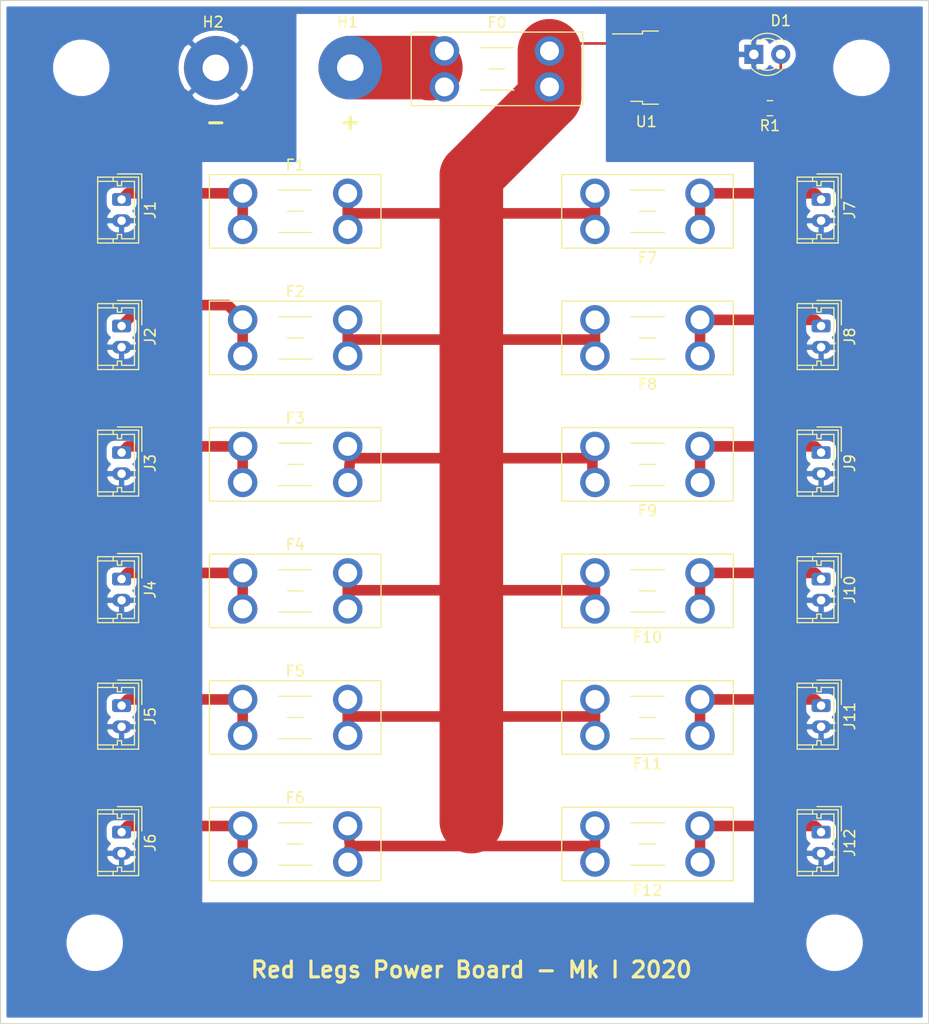
<source format=kicad_pcb>
(kicad_pcb (version 20171130) (host pcbnew "(5.1.5)-3")

  (general
    (thickness 1.6)
    (drawings 7)
    (tracks 110)
    (zones 0)
    (modules 34)
    (nets 18)
  )

  (page A4)
  (layers
    (0 F.Cu signal)
    (31 B.Cu signal)
    (32 B.Adhes user)
    (33 F.Adhes user)
    (34 B.Paste user)
    (35 F.Paste user)
    (36 B.SilkS user)
    (37 F.SilkS user)
    (38 B.Mask user)
    (39 F.Mask user)
    (40 Dwgs.User user)
    (41 Cmts.User user)
    (42 Eco1.User user)
    (43 Eco2.User user)
    (44 Edge.Cuts user)
    (45 Margin user)
    (46 B.CrtYd user)
    (47 F.CrtYd user)
    (48 B.Fab user)
    (49 F.Fab user)
  )

  (setup
    (last_trace_width 0.25)
    (trace_clearance 0.2)
    (zone_clearance 0.508)
    (zone_45_only no)
    (trace_min 0.2)
    (via_size 0.8)
    (via_drill 0.4)
    (via_min_size 0.4)
    (via_min_drill 0.3)
    (uvia_size 0.3)
    (uvia_drill 0.1)
    (uvias_allowed no)
    (uvia_min_size 0.2)
    (uvia_min_drill 0.1)
    (edge_width 0.05)
    (segment_width 0.2)
    (pcb_text_width 0.3)
    (pcb_text_size 1.5 1.5)
    (mod_edge_width 0.12)
    (mod_text_size 1 1)
    (mod_text_width 0.15)
    (pad_size 3.3 3.3)
    (pad_drill 2.5908)
    (pad_to_mask_clearance 0.051)
    (solder_mask_min_width 0.25)
    (aux_axis_origin 0 0)
    (visible_elements 7FFFF7FF)
    (pcbplotparams
      (layerselection 0x010fc_ffffffff)
      (usegerberextensions false)
      (usegerberattributes false)
      (usegerberadvancedattributes false)
      (creategerberjobfile false)
      (excludeedgelayer true)
      (linewidth 0.100000)
      (plotframeref false)
      (viasonmask false)
      (mode 1)
      (useauxorigin false)
      (hpglpennumber 1)
      (hpglpenspeed 20)
      (hpglpendiameter 15.000000)
      (psnegative false)
      (psa4output false)
      (plotreference true)
      (plotvalue true)
      (plotinvisibletext false)
      (padsonsilk false)
      (subtractmaskfromsilk false)
      (outputformat 1)
      (mirror false)
      (drillshape 1)
      (scaleselection 1)
      (outputdirectory ""))
  )

  (net 0 "")
  (net 1 "Net-(F1-Pad1)")
  (net 2 "Net-(D1-Pad2)")
  (net 3 GND)
  (net 4 +BATT)
  (net 5 "Net-(F2-Pad1)")
  (net 6 "Net-(F3-Pad1)")
  (net 7 "Net-(F4-Pad1)")
  (net 8 "Net-(F5-Pad1)")
  (net 9 "Net-(F6-Pad1)")
  (net 10 "Net-(F7-Pad1)")
  (net 11 "Net-(F8-Pad1)")
  (net 12 "Net-(F9-Pad1)")
  (net 13 "Net-(F10-Pad1)")
  (net 14 "Net-(F11-Pad1)")
  (net 15 "Net-(F12-Pad1)")
  (net 16 "Net-(R1-Pad2)")
  (net 17 VCC)

  (net_class Default "This is the default net class."
    (clearance 0.2)
    (trace_width 0.25)
    (via_dia 0.8)
    (via_drill 0.4)
    (uvia_dia 0.3)
    (uvia_drill 0.1)
    (add_net +BATT)
    (add_net GND)
    (add_net "Net-(D1-Pad2)")
    (add_net "Net-(F1-Pad1)")
    (add_net "Net-(F10-Pad1)")
    (add_net "Net-(F11-Pad1)")
    (add_net "Net-(F12-Pad1)")
    (add_net "Net-(F2-Pad1)")
    (add_net "Net-(F3-Pad1)")
    (add_net "Net-(F4-Pad1)")
    (add_net "Net-(F5-Pad1)")
    (add_net "Net-(F6-Pad1)")
    (add_net "Net-(F7-Pad1)")
    (add_net "Net-(F8-Pad1)")
    (add_net "Net-(F9-Pad1)")
    (add_net "Net-(R1-Pad2)")
    (add_net VCC)
  )

  (module Resistor_SMD:R_0805_2012Metric_Pad1.15x1.40mm_HandSolder (layer F.Cu) (tedit 5B36C52B) (tstamp 5E605E14)
    (at 183.125 63.5 180)
    (descr "Resistor SMD 0805 (2012 Metric), square (rectangular) end terminal, IPC_7351 nominal with elongated pad for handsoldering. (Body size source: https://docs.google.com/spreadsheets/d/1BsfQQcO9C6DZCsRaXUlFlo91Tg2WpOkGARC1WS5S8t0/edit?usp=sharing), generated with kicad-footprint-generator")
    (tags "resistor handsolder")
    (path /5E68C60A)
    (attr smd)
    (fp_text reference R1 (at 0 -1.65) (layer F.SilkS)
      (effects (font (size 1 1) (thickness 0.15)))
    )
    (fp_text value 330 (at 0.245 1.905) (layer F.Fab)
      (effects (font (size 1 1) (thickness 0.15)))
    )
    (fp_text user %R (at 0 0 180) (layer F.Fab)
      (effects (font (size 0.5 0.5) (thickness 0.08)))
    )
    (fp_line (start 1.85 0.95) (end -1.85 0.95) (layer F.CrtYd) (width 0.05))
    (fp_line (start 1.85 -0.95) (end 1.85 0.95) (layer F.CrtYd) (width 0.05))
    (fp_line (start -1.85 -0.95) (end 1.85 -0.95) (layer F.CrtYd) (width 0.05))
    (fp_line (start -1.85 0.95) (end -1.85 -0.95) (layer F.CrtYd) (width 0.05))
    (fp_line (start -0.261252 0.71) (end 0.261252 0.71) (layer F.SilkS) (width 0.12))
    (fp_line (start -0.261252 -0.71) (end 0.261252 -0.71) (layer F.SilkS) (width 0.12))
    (fp_line (start 1 0.6) (end -1 0.6) (layer F.Fab) (width 0.1))
    (fp_line (start 1 -0.6) (end 1 0.6) (layer F.Fab) (width 0.1))
    (fp_line (start -1 -0.6) (end 1 -0.6) (layer F.Fab) (width 0.1))
    (fp_line (start -1 0.6) (end -1 -0.6) (layer F.Fab) (width 0.1))
    (pad 2 smd roundrect (at 1.025 0 180) (size 1.15 1.4) (layers F.Cu F.Paste F.Mask) (roundrect_rratio 0.217391)
      (net 16 "Net-(R1-Pad2)"))
    (pad 1 smd roundrect (at -1.025 0 180) (size 1.15 1.4) (layers F.Cu F.Paste F.Mask) (roundrect_rratio 0.217391)
      (net 2 "Net-(D1-Pad2)"))
    (model ${KISYS3DMOD}/Resistor_SMD.3dshapes/R_0805_2012Metric.wrl
      (at (xyz 0 0 0))
      (scale (xyz 1 1 1))
      (rotate (xyz 0 0 0))
    )
  )

  (module MountingHole:MountingHole_4.3mm_M4 (layer F.Cu) (tedit 56D1B4CB) (tstamp 5E603ACF)
    (at 119.38 142.24)
    (descr "Mounting Hole 4.3mm, no annular, M4")
    (tags "mounting hole 4.3mm no annular m4")
    (attr virtual)
    (fp_text reference REF** (at 0 -5.3) (layer F.SilkS) hide
      (effects (font (size 1 1) (thickness 0.15)))
    )
    (fp_text value M4 (at 6.35 1.27) (layer F.Fab)
      (effects (font (size 1 1) (thickness 0.15)))
    )
    (fp_circle (center 0 0) (end 4.55 0) (layer F.CrtYd) (width 0.05))
    (fp_circle (center 0 0) (end 4.3 0) (layer Cmts.User) (width 0.15))
    (fp_text user %R (at 0.3 0) (layer F.Fab)
      (effects (font (size 1 1) (thickness 0.15)))
    )
    (pad 1 np_thru_hole circle (at 0 0) (size 4.3 4.3) (drill 4.3) (layers *.Cu *.Mask))
  )

  (module MountingHole:MountingHole_4.3mm_M4 (layer F.Cu) (tedit 56D1B4CB) (tstamp 5E60351D)
    (at 189.23 142.24)
    (descr "Mounting Hole 4.3mm, no annular, M4")
    (tags "mounting hole 4.3mm no annular m4")
    (attr virtual)
    (fp_text reference REF** (at 0 -5.3) (layer F.SilkS) hide
      (effects (font (size 1 1) (thickness 0.15)))
    )
    (fp_text value M4 (at -6.35 1.27) (layer F.Fab)
      (effects (font (size 1 1) (thickness 0.15)))
    )
    (fp_text user %R (at 0.3 0) (layer F.Fab)
      (effects (font (size 1 1) (thickness 0.15)))
    )
    (fp_circle (center 0 0) (end 4.3 0) (layer Cmts.User) (width 0.15))
    (fp_circle (center 0 0) (end 4.55 0) (layer F.CrtYd) (width 0.05))
    (pad 1 np_thru_hole circle (at 0 0) (size 4.3 4.3) (drill 4.3) (layers *.Cu *.Mask))
  )

  (module MountingHole:MountingHole_4.3mm_M4 (layer F.Cu) (tedit 56D1B4CB) (tstamp 5E605EB6)
    (at 191.77 59.69)
    (descr "Mounting Hole 4.3mm, no annular, M4")
    (tags "mounting hole 4.3mm no annular m4")
    (attr virtual)
    (fp_text reference Mnt_Hole (at 0 7.62) (layer F.SilkS) hide
      (effects (font (size 1 1) (thickness 0.15)))
    )
    (fp_text value M4 (at 0 5.3) (layer F.Fab)
      (effects (font (size 1 1) (thickness 0.15)))
    )
    (fp_circle (center 0 0) (end 4.55 0) (layer F.CrtYd) (width 0.05))
    (fp_circle (center 0 0) (end 4.3 0) (layer Cmts.User) (width 0.15))
    (fp_text user %R (at 0.3 0) (layer F.Fab)
      (effects (font (size 1 1) (thickness 0.15)))
    )
    (pad 1 np_thru_hole circle (at 0 0) (size 4.3 4.3) (drill 4.3) (layers *.Cu *.Mask))
  )

  (module MountingHole:MountingHole_4.3mm_M4 (layer F.Cu) (tedit 56D1B4CB) (tstamp 5E604167)
    (at 118.11 59.69)
    (descr "Mounting Hole 4.3mm, no annular, M4")
    (tags "mounting hole 4.3mm no annular m4")
    (attr virtual)
    (fp_text reference REF** (at 0 7.62) (layer F.SilkS) hide
      (effects (font (size 1 1) (thickness 0.15)))
    )
    (fp_text value M4 (at 0 6.35 180) (layer F.Fab)
      (effects (font (size 1 1) (thickness 0.15)))
    )
    (fp_text user %R (at 0.3 0) (layer F.Fab)
      (effects (font (size 1 1) (thickness 0.15)))
    )
    (fp_circle (center 0 0) (end 4.3 0) (layer Cmts.User) (width 0.15))
    (fp_circle (center 0 0) (end 4.55 0) (layer F.CrtYd) (width 0.05))
    (pad 1 np_thru_hole circle (at 0 0) (size 4.3 4.3) (drill 4.3) (layers *.Cu *.Mask))
  )

  (module Fuse:Fuseholder_Blade_Mini_Keystone_3568 (layer F.Cu) (tedit 5C39DE81) (tstamp 5E5E03A1)
    (at 176.53 98.806 180)
    (descr "fuse holder, car blade fuse mini, http://www.keyelco.com/product-pdf.cfm?p=306")
    (tags "car blade fuse mini")
    (path /5E611A09)
    (fp_text reference F9 (at 4.96 -2.67) (layer F.SilkS)
      (effects (font (size 1 1) (thickness 0.15)))
    )
    (fp_text value Fuse (at 4.96 6.07) (layer F.Fab)
      (effects (font (size 1 1) (thickness 0.15)))
    )
    (fp_text user %R (at 4.96 1.7) (layer F.Fab)
      (effects (font (size 1 1) (thickness 0.15)))
    )
    (fp_line (start 13.21 -1.92) (end -3.29 -1.92) (layer F.CrtYd) (width 0.05))
    (fp_line (start 13.21 5.32) (end 13.21 -1.92) (layer F.CrtYd) (width 0.05))
    (fp_line (start -3.29 5.32) (end 13.21 5.32) (layer F.CrtYd) (width 0.05))
    (fp_line (start -3.29 -1.92) (end -3.29 5.32) (layer F.CrtYd) (width 0.05))
    (fp_line (start 3.36 -0.3) (end 6.56 -0.3) (layer F.SilkS) (width 0.12))
    (fp_line (start 6.56 3.7) (end 3.36 3.7) (layer F.SilkS) (width 0.12))
    (fp_line (start 4.21 1.7) (end 5.71 1.7) (layer F.SilkS) (width 0.12))
    (fp_line (start 13.06 -1.77) (end -3.14 -1.77) (layer F.SilkS) (width 0.12))
    (fp_line (start 13.06 5.17) (end 13.06 -1.77) (layer F.SilkS) (width 0.12))
    (fp_line (start -3.14 5.17) (end 13.06 5.17) (layer F.SilkS) (width 0.12))
    (fp_line (start -3.14 -1.77) (end -3.14 5.17) (layer F.SilkS) (width 0.12))
    (fp_line (start 12.96 -1.67) (end -3.04 -1.67) (layer F.Fab) (width 0.1))
    (fp_line (start 12.96 5.07) (end 12.96 -1.67) (layer F.Fab) (width 0.1))
    (fp_line (start -3.04 5.07) (end 12.96 5.07) (layer F.Fab) (width 0.1))
    (fp_line (start -3.04 -1.67) (end -3.04 5.07) (layer F.Fab) (width 0.1))
    (pad 2 thru_hole circle (at 9.92 3.4 180) (size 2.78 2.78) (drill 1.78) (layers *.Cu *.Mask)
      (net 17 VCC))
    (pad 2 thru_hole circle (at 9.92 0 180) (size 2.78 2.78) (drill 1.78) (layers *.Cu *.Mask)
      (net 17 VCC))
    (pad 1 thru_hole circle (at 0 3.4 180) (size 2.78 2.78) (drill 1.78) (layers *.Cu *.Mask)
      (net 12 "Net-(F9-Pad1)"))
    (pad 1 thru_hole circle (at 0 0 180) (size 2.78 2.78) (drill 1.78) (layers *.Cu *.Mask)
      (net 12 "Net-(F9-Pad1)"))
    (model ${KISYS3DMOD}/Fuse.3dshapes/Fuseholder_Blade_Mini_Keystone_3568.wrl
      (at (xyz 0 0 0))
      (scale (xyz 1 1 1))
      (rotate (xyz 0 0 0))
    )
  )

  (module Fuse:Fuseholder_Blade_Mini_Keystone_3568 (layer F.Cu) (tedit 5C39DE81) (tstamp 5E5DE928)
    (at 152.4 58.09)
    (descr "fuse holder, car blade fuse mini, http://www.keyelco.com/product-pdf.cfm?p=306")
    (tags "car blade fuse mini")
    (path /5E62ADF2)
    (fp_text reference F0 (at 4.96 -2.67) (layer F.SilkS)
      (effects (font (size 1 1) (thickness 0.15)))
    )
    (fp_text value Fuse (at 3.81 1.6 90) (layer F.Fab)
      (effects (font (size 1 1) (thickness 0.15)))
    )
    (fp_text user %R (at 4.96 1.7 270) (layer F.Fab)
      (effects (font (size 1 1) (thickness 0.15)))
    )
    (fp_line (start 13.21 -1.92) (end -3.29 -1.92) (layer F.CrtYd) (width 0.05))
    (fp_line (start 13.21 5.32) (end 13.21 -1.92) (layer F.CrtYd) (width 0.05))
    (fp_line (start -3.29 5.32) (end 13.21 5.32) (layer F.CrtYd) (width 0.05))
    (fp_line (start -3.29 -1.92) (end -3.29 5.32) (layer F.CrtYd) (width 0.05))
    (fp_line (start 3.36 -0.3) (end 6.56 -0.3) (layer F.SilkS) (width 0.12))
    (fp_line (start 6.56 3.7) (end 3.36 3.7) (layer F.SilkS) (width 0.12))
    (fp_line (start 4.21 1.7) (end 5.71 1.7) (layer F.SilkS) (width 0.12))
    (fp_line (start 13.06 -1.77) (end -3.14 -1.77) (layer F.SilkS) (width 0.12))
    (fp_line (start 13.06 5.17) (end 13.06 -1.77) (layer F.SilkS) (width 0.12))
    (fp_line (start -3.14 5.17) (end 13.06 5.17) (layer F.SilkS) (width 0.12))
    (fp_line (start -3.14 -1.77) (end -3.14 5.17) (layer F.SilkS) (width 0.12))
    (fp_line (start 12.96 -1.67) (end -3.04 -1.67) (layer F.Fab) (width 0.1))
    (fp_line (start 12.96 5.07) (end 12.96 -1.67) (layer F.Fab) (width 0.1))
    (fp_line (start -3.04 5.07) (end 12.96 5.07) (layer F.Fab) (width 0.1))
    (fp_line (start -3.04 -1.67) (end -3.04 5.07) (layer F.Fab) (width 0.1))
    (pad 2 thru_hole circle (at 9.92 3.4) (size 2.78 2.78) (drill 1.78) (layers *.Cu *.Mask)
      (net 17 VCC))
    (pad 2 thru_hole circle (at 9.92 0) (size 2.78 2.78) (drill 1.78) (layers *.Cu *.Mask)
      (net 17 VCC))
    (pad 1 thru_hole circle (at 0 3.4) (size 2.78 2.78) (drill 1.78) (layers *.Cu *.Mask)
      (net 4 +BATT))
    (pad 1 thru_hole circle (at 0 0) (size 2.78 2.78) (drill 1.78) (layers *.Cu *.Mask)
      (net 4 +BATT))
    (model ${KISYS3DMOD}/Fuse.3dshapes/Fuseholder_Blade_Mini_Keystone_3568.wrl
      (at (xyz 0 0 0))
      (scale (xyz 1 1 1))
      (rotate (xyz 0 0 0))
    )
  )

  (module Package_TO_SOT_SMD:TO-252-3_TabPin2 (layer F.Cu) (tedit 5A70F30B) (tstamp 5E603E83)
    (at 173.565 59.67)
    (descr "TO-252 / DPAK SMD package, http://www.infineon.com/cms/en/product/packages/PG-TO252/PG-TO252-3-1/")
    (tags "DPAK TO-252 DPAK-3 TO-252-3 SOT-428")
    (path /5E69A3EC)
    (attr smd)
    (fp_text reference U1 (at -2.115 5.1) (layer F.SilkS)
      (effects (font (size 1 1) (thickness 0.15)))
    )
    (fp_text value L7805 (at 1.695 5.1) (layer F.Fab)
      (effects (font (size 1 1) (thickness 0.15)))
    )
    (fp_text user %R (at 0 0) (layer F.Fab)
      (effects (font (size 1 1) (thickness 0.15)))
    )
    (fp_line (start 5.55 -3.5) (end -5.55 -3.5) (layer F.CrtYd) (width 0.05))
    (fp_line (start 5.55 3.5) (end 5.55 -3.5) (layer F.CrtYd) (width 0.05))
    (fp_line (start -5.55 3.5) (end 5.55 3.5) (layer F.CrtYd) (width 0.05))
    (fp_line (start -5.55 -3.5) (end -5.55 3.5) (layer F.CrtYd) (width 0.05))
    (fp_line (start -2.47 3.18) (end -3.57 3.18) (layer F.SilkS) (width 0.12))
    (fp_line (start -2.47 3.45) (end -2.47 3.18) (layer F.SilkS) (width 0.12))
    (fp_line (start -0.97 3.45) (end -2.47 3.45) (layer F.SilkS) (width 0.12))
    (fp_line (start -2.47 -3.18) (end -5.3 -3.18) (layer F.SilkS) (width 0.12))
    (fp_line (start -2.47 -3.45) (end -2.47 -3.18) (layer F.SilkS) (width 0.12))
    (fp_line (start -0.97 -3.45) (end -2.47 -3.45) (layer F.SilkS) (width 0.12))
    (fp_line (start -4.97 2.655) (end -2.27 2.655) (layer F.Fab) (width 0.1))
    (fp_line (start -4.97 1.905) (end -4.97 2.655) (layer F.Fab) (width 0.1))
    (fp_line (start -2.27 1.905) (end -4.97 1.905) (layer F.Fab) (width 0.1))
    (fp_line (start -4.97 0.375) (end -2.27 0.375) (layer F.Fab) (width 0.1))
    (fp_line (start -4.97 -0.375) (end -4.97 0.375) (layer F.Fab) (width 0.1))
    (fp_line (start -2.27 -0.375) (end -4.97 -0.375) (layer F.Fab) (width 0.1))
    (fp_line (start -4.97 -1.905) (end -2.27 -1.905) (layer F.Fab) (width 0.1))
    (fp_line (start -4.97 -2.655) (end -4.97 -1.905) (layer F.Fab) (width 0.1))
    (fp_line (start -1.865 -2.655) (end -4.97 -2.655) (layer F.Fab) (width 0.1))
    (fp_line (start -1.27 -3.25) (end 3.95 -3.25) (layer F.Fab) (width 0.1))
    (fp_line (start -2.27 -2.25) (end -1.27 -3.25) (layer F.Fab) (width 0.1))
    (fp_line (start -2.27 3.25) (end -2.27 -2.25) (layer F.Fab) (width 0.1))
    (fp_line (start 3.95 3.25) (end -2.27 3.25) (layer F.Fab) (width 0.1))
    (fp_line (start 3.95 -3.25) (end 3.95 3.25) (layer F.Fab) (width 0.1))
    (fp_line (start 4.95 2.7) (end 3.95 2.7) (layer F.Fab) (width 0.1))
    (fp_line (start 4.95 -2.7) (end 4.95 2.7) (layer F.Fab) (width 0.1))
    (fp_line (start 3.95 -2.7) (end 4.95 -2.7) (layer F.Fab) (width 0.1))
    (pad "" smd rect (at 0.425 1.525) (size 3.05 2.75) (layers F.Paste))
    (pad "" smd rect (at 3.775 -1.525) (size 3.05 2.75) (layers F.Paste))
    (pad "" smd rect (at 0.425 -1.525) (size 3.05 2.75) (layers F.Paste))
    (pad "" smd rect (at 3.775 1.525) (size 3.05 2.75) (layers F.Paste))
    (pad 2 smd rect (at 2.1 0) (size 6.4 5.8) (layers F.Cu F.Mask)
      (net 3 GND))
    (pad 3 smd rect (at -4.2 2.28) (size 2.2 1.2) (layers F.Cu F.Paste F.Mask)
      (net 16 "Net-(R1-Pad2)"))
    (pad 2 smd rect (at -4.2 0) (size 2.2 1.2) (layers F.Cu F.Paste F.Mask)
      (net 3 GND))
    (pad 1 smd rect (at -4.2 -2.28) (size 2.2 1.2) (layers F.Cu F.Paste F.Mask)
      (net 17 VCC))
    (model ${KISYS3DMOD}/Package_TO_SOT_SMD.3dshapes/TO-252-3_TabPin2.wrl
      (at (xyz 0 0 0))
      (scale (xyz 1 1 1))
      (rotate (xyz 0 0 0))
    )
  )

  (module Connector_Molex:Molex_Micro-Latch_53253-0270_1x02_P2.00mm_Vertical (layer F.Cu) (tedit 5B781643) (tstamp 5E5E064B)
    (at 187.96 131.8 270)
    (descr "Molex Micro-Latch Wire-to-Board Connector System, 53253-0270 (compatible alternatives: 53253-0250), 2 Pins per row (http://www.molex.com/pdm_docs/sd/532530770_sd.pdf), generated with kicad-footprint-generator")
    (tags "connector Molex Micro-Latch side entry")
    (path /5E6DF189)
    (fp_text reference J12 (at 1 -2.7 90) (layer F.SilkS)
      (effects (font (size 1 1) (thickness 0.15)))
    )
    (fp_text value Conn_01x02 (at 1 3.35 90) (layer F.Fab)
      (effects (font (size 1 1) (thickness 0.15)))
    )
    (fp_text user %R (at 1 1.45 90) (layer F.Fab)
      (effects (font (size 1 1) (thickness 0.15)))
    )
    (fp_line (start 4.5 -2) (end -2.5 -2) (layer F.CrtYd) (width 0.05))
    (fp_line (start 4.5 2.65) (end 4.5 -2) (layer F.CrtYd) (width 0.05))
    (fp_line (start -2.5 2.65) (end 4.5 2.65) (layer F.CrtYd) (width 0.05))
    (fp_line (start -2.5 -2) (end -2.5 2.65) (layer F.CrtYd) (width 0.05))
    (fp_line (start 3.71 0.4) (end 3.71 2.26) (layer F.SilkS) (width 0.12))
    (fp_line (start 3.31 0.4) (end 3.71 0.4) (layer F.SilkS) (width 0.12))
    (fp_line (start 3.31 0) (end 3.31 0.4) (layer F.SilkS) (width 0.12))
    (fp_line (start 3.71 0) (end 3.31 0) (layer F.SilkS) (width 0.12))
    (fp_line (start 3.71 -1.21) (end 3.71 0) (layer F.SilkS) (width 0.12))
    (fp_line (start 1 -1.21) (end 3.71 -1.21) (layer F.SilkS) (width 0.12))
    (fp_line (start -1.71 0.4) (end -1.71 2.26) (layer F.SilkS) (width 0.12))
    (fp_line (start -1.31 0.4) (end -1.71 0.4) (layer F.SilkS) (width 0.12))
    (fp_line (start -1.31 0) (end -1.31 0.4) (layer F.SilkS) (width 0.12))
    (fp_line (start -1.71 0) (end -1.31 0) (layer F.SilkS) (width 0.12))
    (fp_line (start -1.71 -1.21) (end -1.71 0) (layer F.SilkS) (width 0.12))
    (fp_line (start 1 -1.21) (end -1.71 -1.21) (layer F.SilkS) (width 0.12))
    (fp_line (start 4.11 0.8) (end 3.71 0.8) (layer F.SilkS) (width 0.12))
    (fp_line (start -2.11 0.8) (end -1.71 0.8) (layer F.SilkS) (width 0.12))
    (fp_line (start 0 -0.792893) (end 0.5 -1.5) (layer F.Fab) (width 0.1))
    (fp_line (start -0.5 -1.5) (end 0 -0.792893) (layer F.Fab) (width 0.1))
    (fp_line (start -2.41 -1.91) (end -2.41 0.39) (layer F.SilkS) (width 0.12))
    (fp_line (start -0.11 -1.91) (end -2.41 -1.91) (layer F.SilkS) (width 0.12))
    (fp_line (start 4.11 -1.61) (end -2.11 -1.61) (layer F.SilkS) (width 0.12))
    (fp_line (start 4.11 2.26) (end 4.11 -1.61) (layer F.SilkS) (width 0.12))
    (fp_line (start -2.11 2.26) (end 4.11 2.26) (layer F.SilkS) (width 0.12))
    (fp_line (start -2.11 -1.61) (end -2.11 2.26) (layer F.SilkS) (width 0.12))
    (fp_line (start 4 -1.5) (end -2 -1.5) (layer F.Fab) (width 0.1))
    (fp_line (start 4 2.15) (end 4 -1.5) (layer F.Fab) (width 0.1))
    (fp_line (start -2 2.15) (end 4 2.15) (layer F.Fab) (width 0.1))
    (fp_line (start -2 -1.5) (end -2 2.15) (layer F.Fab) (width 0.1))
    (pad 2 thru_hole oval (at 2 0 270) (size 1.2 1.8) (drill 0.8) (layers *.Cu *.Mask)
      (net 3 GND))
    (pad 1 thru_hole roundrect (at 0 0 270) (size 1.2 1.8) (drill 0.8) (layers *.Cu *.Mask) (roundrect_rratio 0.208333)
      (net 15 "Net-(F12-Pad1)"))
    (model ${KISYS3DMOD}/Connector_Molex.3dshapes/Molex_Micro-Latch_53253-0270_1x02_P2.00mm_Vertical.wrl
      (at (xyz 0 0 0))
      (scale (xyz 1 1 1))
      (rotate (xyz 0 0 0))
    )
  )

  (module Connector_Molex:Molex_Micro-Latch_53253-0270_1x02_P2.00mm_Vertical (layer F.Cu) (tedit 5B781643) (tstamp 5E5E0723)
    (at 187.96 119.862 270)
    (descr "Molex Micro-Latch Wire-to-Board Connector System, 53253-0270 (compatible alternatives: 53253-0250), 2 Pins per row (http://www.molex.com/pdm_docs/sd/532530770_sd.pdf), generated with kicad-footprint-generator")
    (tags "connector Molex Micro-Latch side entry")
    (path /5E6DEF42)
    (fp_text reference J11 (at 1 -2.7 90) (layer F.SilkS)
      (effects (font (size 1 1) (thickness 0.15)))
    )
    (fp_text value Conn_01x02 (at 1 3.35 90) (layer F.Fab)
      (effects (font (size 1 1) (thickness 0.15)))
    )
    (fp_text user %R (at 1 1.45 90) (layer F.Fab)
      (effects (font (size 1 1) (thickness 0.15)))
    )
    (fp_line (start 4.5 -2) (end -2.5 -2) (layer F.CrtYd) (width 0.05))
    (fp_line (start 4.5 2.65) (end 4.5 -2) (layer F.CrtYd) (width 0.05))
    (fp_line (start -2.5 2.65) (end 4.5 2.65) (layer F.CrtYd) (width 0.05))
    (fp_line (start -2.5 -2) (end -2.5 2.65) (layer F.CrtYd) (width 0.05))
    (fp_line (start 3.71 0.4) (end 3.71 2.26) (layer F.SilkS) (width 0.12))
    (fp_line (start 3.31 0.4) (end 3.71 0.4) (layer F.SilkS) (width 0.12))
    (fp_line (start 3.31 0) (end 3.31 0.4) (layer F.SilkS) (width 0.12))
    (fp_line (start 3.71 0) (end 3.31 0) (layer F.SilkS) (width 0.12))
    (fp_line (start 3.71 -1.21) (end 3.71 0) (layer F.SilkS) (width 0.12))
    (fp_line (start 1 -1.21) (end 3.71 -1.21) (layer F.SilkS) (width 0.12))
    (fp_line (start -1.71 0.4) (end -1.71 2.26) (layer F.SilkS) (width 0.12))
    (fp_line (start -1.31 0.4) (end -1.71 0.4) (layer F.SilkS) (width 0.12))
    (fp_line (start -1.31 0) (end -1.31 0.4) (layer F.SilkS) (width 0.12))
    (fp_line (start -1.71 0) (end -1.31 0) (layer F.SilkS) (width 0.12))
    (fp_line (start -1.71 -1.21) (end -1.71 0) (layer F.SilkS) (width 0.12))
    (fp_line (start 1 -1.21) (end -1.71 -1.21) (layer F.SilkS) (width 0.12))
    (fp_line (start 4.11 0.8) (end 3.71 0.8) (layer F.SilkS) (width 0.12))
    (fp_line (start -2.11 0.8) (end -1.71 0.8) (layer F.SilkS) (width 0.12))
    (fp_line (start 0 -0.792893) (end 0.5 -1.5) (layer F.Fab) (width 0.1))
    (fp_line (start -0.5 -1.5) (end 0 -0.792893) (layer F.Fab) (width 0.1))
    (fp_line (start -2.41 -1.91) (end -2.41 0.39) (layer F.SilkS) (width 0.12))
    (fp_line (start -0.11 -1.91) (end -2.41 -1.91) (layer F.SilkS) (width 0.12))
    (fp_line (start 4.11 -1.61) (end -2.11 -1.61) (layer F.SilkS) (width 0.12))
    (fp_line (start 4.11 2.26) (end 4.11 -1.61) (layer F.SilkS) (width 0.12))
    (fp_line (start -2.11 2.26) (end 4.11 2.26) (layer F.SilkS) (width 0.12))
    (fp_line (start -2.11 -1.61) (end -2.11 2.26) (layer F.SilkS) (width 0.12))
    (fp_line (start 4 -1.5) (end -2 -1.5) (layer F.Fab) (width 0.1))
    (fp_line (start 4 2.15) (end 4 -1.5) (layer F.Fab) (width 0.1))
    (fp_line (start -2 2.15) (end 4 2.15) (layer F.Fab) (width 0.1))
    (fp_line (start -2 -1.5) (end -2 2.15) (layer F.Fab) (width 0.1))
    (pad 2 thru_hole oval (at 2 0 270) (size 1.2 1.8) (drill 0.8) (layers *.Cu *.Mask)
      (net 3 GND))
    (pad 1 thru_hole roundrect (at 0 0 270) (size 1.2 1.8) (drill 0.8) (layers *.Cu *.Mask) (roundrect_rratio 0.208333)
      (net 14 "Net-(F11-Pad1)"))
    (model ${KISYS3DMOD}/Connector_Molex.3dshapes/Molex_Micro-Latch_53253-0270_1x02_P2.00mm_Vertical.wrl
      (at (xyz 0 0 0))
      (scale (xyz 1 1 1))
      (rotate (xyz 0 0 0))
    )
  )

  (module Connector_Molex:Molex_Micro-Latch_53253-0270_1x02_P2.00mm_Vertical (layer F.Cu) (tedit 5B781643) (tstamp 5E5E06B7)
    (at 187.96 107.924 270)
    (descr "Molex Micro-Latch Wire-to-Board Connector System, 53253-0270 (compatible alternatives: 53253-0250), 2 Pins per row (http://www.molex.com/pdm_docs/sd/532530770_sd.pdf), generated with kicad-footprint-generator")
    (tags "connector Molex Micro-Latch side entry")
    (path /5E6DECBF)
    (fp_text reference J10 (at 1 -2.7 90) (layer F.SilkS)
      (effects (font (size 1 1) (thickness 0.15)))
    )
    (fp_text value Conn_01x02 (at 1 3.35 90) (layer F.Fab)
      (effects (font (size 1 1) (thickness 0.15)))
    )
    (fp_text user %R (at 1 1.45 90) (layer F.Fab)
      (effects (font (size 1 1) (thickness 0.15)))
    )
    (fp_line (start 4.5 -2) (end -2.5 -2) (layer F.CrtYd) (width 0.05))
    (fp_line (start 4.5 2.65) (end 4.5 -2) (layer F.CrtYd) (width 0.05))
    (fp_line (start -2.5 2.65) (end 4.5 2.65) (layer F.CrtYd) (width 0.05))
    (fp_line (start -2.5 -2) (end -2.5 2.65) (layer F.CrtYd) (width 0.05))
    (fp_line (start 3.71 0.4) (end 3.71 2.26) (layer F.SilkS) (width 0.12))
    (fp_line (start 3.31 0.4) (end 3.71 0.4) (layer F.SilkS) (width 0.12))
    (fp_line (start 3.31 0) (end 3.31 0.4) (layer F.SilkS) (width 0.12))
    (fp_line (start 3.71 0) (end 3.31 0) (layer F.SilkS) (width 0.12))
    (fp_line (start 3.71 -1.21) (end 3.71 0) (layer F.SilkS) (width 0.12))
    (fp_line (start 1 -1.21) (end 3.71 -1.21) (layer F.SilkS) (width 0.12))
    (fp_line (start -1.71 0.4) (end -1.71 2.26) (layer F.SilkS) (width 0.12))
    (fp_line (start -1.31 0.4) (end -1.71 0.4) (layer F.SilkS) (width 0.12))
    (fp_line (start -1.31 0) (end -1.31 0.4) (layer F.SilkS) (width 0.12))
    (fp_line (start -1.71 0) (end -1.31 0) (layer F.SilkS) (width 0.12))
    (fp_line (start -1.71 -1.21) (end -1.71 0) (layer F.SilkS) (width 0.12))
    (fp_line (start 1 -1.21) (end -1.71 -1.21) (layer F.SilkS) (width 0.12))
    (fp_line (start 4.11 0.8) (end 3.71 0.8) (layer F.SilkS) (width 0.12))
    (fp_line (start -2.11 0.8) (end -1.71 0.8) (layer F.SilkS) (width 0.12))
    (fp_line (start 0 -0.792893) (end 0.5 -1.5) (layer F.Fab) (width 0.1))
    (fp_line (start -0.5 -1.5) (end 0 -0.792893) (layer F.Fab) (width 0.1))
    (fp_line (start -2.41 -1.91) (end -2.41 0.39) (layer F.SilkS) (width 0.12))
    (fp_line (start -0.11 -1.91) (end -2.41 -1.91) (layer F.SilkS) (width 0.12))
    (fp_line (start 4.11 -1.61) (end -2.11 -1.61) (layer F.SilkS) (width 0.12))
    (fp_line (start 4.11 2.26) (end 4.11 -1.61) (layer F.SilkS) (width 0.12))
    (fp_line (start -2.11 2.26) (end 4.11 2.26) (layer F.SilkS) (width 0.12))
    (fp_line (start -2.11 -1.61) (end -2.11 2.26) (layer F.SilkS) (width 0.12))
    (fp_line (start 4 -1.5) (end -2 -1.5) (layer F.Fab) (width 0.1))
    (fp_line (start 4 2.15) (end 4 -1.5) (layer F.Fab) (width 0.1))
    (fp_line (start -2 2.15) (end 4 2.15) (layer F.Fab) (width 0.1))
    (fp_line (start -2 -1.5) (end -2 2.15) (layer F.Fab) (width 0.1))
    (pad 2 thru_hole oval (at 2 0 270) (size 1.2 1.8) (drill 0.8) (layers *.Cu *.Mask)
      (net 3 GND))
    (pad 1 thru_hole roundrect (at 0 0 270) (size 1.2 1.8) (drill 0.8) (layers *.Cu *.Mask) (roundrect_rratio 0.208333)
      (net 13 "Net-(F10-Pad1)"))
    (model ${KISYS3DMOD}/Connector_Molex.3dshapes/Molex_Micro-Latch_53253-0270_1x02_P2.00mm_Vertical.wrl
      (at (xyz 0 0 0))
      (scale (xyz 1 1 1))
      (rotate (xyz 0 0 0))
    )
  )

  (module Connector_Molex:Molex_Micro-Latch_53253-0270_1x02_P2.00mm_Vertical (layer F.Cu) (tedit 5B781643) (tstamp 5E5E0507)
    (at 187.96 95.986 270)
    (descr "Molex Micro-Latch Wire-to-Board Connector System, 53253-0270 (compatible alternatives: 53253-0250), 2 Pins per row (http://www.molex.com/pdm_docs/sd/532530770_sd.pdf), generated with kicad-footprint-generator")
    (tags "connector Molex Micro-Latch side entry")
    (path /5E6DE96A)
    (fp_text reference J9 (at 1 -2.7 90) (layer F.SilkS)
      (effects (font (size 1 1) (thickness 0.15)))
    )
    (fp_text value Conn_01x02 (at 1 3.35 90) (layer F.Fab)
      (effects (font (size 1 1) (thickness 0.15)))
    )
    (fp_text user %R (at 1 1.45 90) (layer F.Fab)
      (effects (font (size 1 1) (thickness 0.15)))
    )
    (fp_line (start 4.5 -2) (end -2.5 -2) (layer F.CrtYd) (width 0.05))
    (fp_line (start 4.5 2.65) (end 4.5 -2) (layer F.CrtYd) (width 0.05))
    (fp_line (start -2.5 2.65) (end 4.5 2.65) (layer F.CrtYd) (width 0.05))
    (fp_line (start -2.5 -2) (end -2.5 2.65) (layer F.CrtYd) (width 0.05))
    (fp_line (start 3.71 0.4) (end 3.71 2.26) (layer F.SilkS) (width 0.12))
    (fp_line (start 3.31 0.4) (end 3.71 0.4) (layer F.SilkS) (width 0.12))
    (fp_line (start 3.31 0) (end 3.31 0.4) (layer F.SilkS) (width 0.12))
    (fp_line (start 3.71 0) (end 3.31 0) (layer F.SilkS) (width 0.12))
    (fp_line (start 3.71 -1.21) (end 3.71 0) (layer F.SilkS) (width 0.12))
    (fp_line (start 1 -1.21) (end 3.71 -1.21) (layer F.SilkS) (width 0.12))
    (fp_line (start -1.71 0.4) (end -1.71 2.26) (layer F.SilkS) (width 0.12))
    (fp_line (start -1.31 0.4) (end -1.71 0.4) (layer F.SilkS) (width 0.12))
    (fp_line (start -1.31 0) (end -1.31 0.4) (layer F.SilkS) (width 0.12))
    (fp_line (start -1.71 0) (end -1.31 0) (layer F.SilkS) (width 0.12))
    (fp_line (start -1.71 -1.21) (end -1.71 0) (layer F.SilkS) (width 0.12))
    (fp_line (start 1 -1.21) (end -1.71 -1.21) (layer F.SilkS) (width 0.12))
    (fp_line (start 4.11 0.8) (end 3.71 0.8) (layer F.SilkS) (width 0.12))
    (fp_line (start -2.11 0.8) (end -1.71 0.8) (layer F.SilkS) (width 0.12))
    (fp_line (start 0 -0.792893) (end 0.5 -1.5) (layer F.Fab) (width 0.1))
    (fp_line (start -0.5 -1.5) (end 0 -0.792893) (layer F.Fab) (width 0.1))
    (fp_line (start -2.41 -1.91) (end -2.41 0.39) (layer F.SilkS) (width 0.12))
    (fp_line (start -0.11 -1.91) (end -2.41 -1.91) (layer F.SilkS) (width 0.12))
    (fp_line (start 4.11 -1.61) (end -2.11 -1.61) (layer F.SilkS) (width 0.12))
    (fp_line (start 4.11 2.26) (end 4.11 -1.61) (layer F.SilkS) (width 0.12))
    (fp_line (start -2.11 2.26) (end 4.11 2.26) (layer F.SilkS) (width 0.12))
    (fp_line (start -2.11 -1.61) (end -2.11 2.26) (layer F.SilkS) (width 0.12))
    (fp_line (start 4 -1.5) (end -2 -1.5) (layer F.Fab) (width 0.1))
    (fp_line (start 4 2.15) (end 4 -1.5) (layer F.Fab) (width 0.1))
    (fp_line (start -2 2.15) (end 4 2.15) (layer F.Fab) (width 0.1))
    (fp_line (start -2 -1.5) (end -2 2.15) (layer F.Fab) (width 0.1))
    (pad 2 thru_hole oval (at 2 0 270) (size 1.2 1.8) (drill 0.8) (layers *.Cu *.Mask)
      (net 3 GND))
    (pad 1 thru_hole roundrect (at 0 0 270) (size 1.2 1.8) (drill 0.8) (layers *.Cu *.Mask) (roundrect_rratio 0.208333)
      (net 12 "Net-(F9-Pad1)"))
    (model ${KISYS3DMOD}/Connector_Molex.3dshapes/Molex_Micro-Latch_53253-0270_1x02_P2.00mm_Vertical.wrl
      (at (xyz 0 0 0))
      (scale (xyz 1 1 1))
      (rotate (xyz 0 0 0))
    )
  )

  (module Connector_Molex:Molex_Micro-Latch_53253-0270_1x02_P2.00mm_Vertical (layer F.Cu) (tedit 5B781643) (tstamp 5E5E05DF)
    (at 187.96 84.048 270)
    (descr "Molex Micro-Latch Wire-to-Board Connector System, 53253-0270 (compatible alternatives: 53253-0250), 2 Pins per row (http://www.molex.com/pdm_docs/sd/532530770_sd.pdf), generated with kicad-footprint-generator")
    (tags "connector Molex Micro-Latch side entry")
    (path /5E6DE444)
    (fp_text reference J8 (at 1 -2.7 90) (layer F.SilkS)
      (effects (font (size 1 1) (thickness 0.15)))
    )
    (fp_text value Conn_01x02 (at 1 3.35 90) (layer F.Fab) hide
      (effects (font (size 1 1) (thickness 0.15)))
    )
    (fp_text user %R (at 1 1.45 90) (layer F.Fab)
      (effects (font (size 1 1) (thickness 0.15)))
    )
    (fp_line (start 4.5 -2) (end -2.5 -2) (layer F.CrtYd) (width 0.05))
    (fp_line (start 4.5 2.65) (end 4.5 -2) (layer F.CrtYd) (width 0.05))
    (fp_line (start -2.5 2.65) (end 4.5 2.65) (layer F.CrtYd) (width 0.05))
    (fp_line (start -2.5 -2) (end -2.5 2.65) (layer F.CrtYd) (width 0.05))
    (fp_line (start 3.71 0.4) (end 3.71 2.26) (layer F.SilkS) (width 0.12))
    (fp_line (start 3.31 0.4) (end 3.71 0.4) (layer F.SilkS) (width 0.12))
    (fp_line (start 3.31 0) (end 3.31 0.4) (layer F.SilkS) (width 0.12))
    (fp_line (start 3.71 0) (end 3.31 0) (layer F.SilkS) (width 0.12))
    (fp_line (start 3.71 -1.21) (end 3.71 0) (layer F.SilkS) (width 0.12))
    (fp_line (start 1 -1.21) (end 3.71 -1.21) (layer F.SilkS) (width 0.12))
    (fp_line (start -1.71 0.4) (end -1.71 2.26) (layer F.SilkS) (width 0.12))
    (fp_line (start -1.31 0.4) (end -1.71 0.4) (layer F.SilkS) (width 0.12))
    (fp_line (start -1.31 0) (end -1.31 0.4) (layer F.SilkS) (width 0.12))
    (fp_line (start -1.71 0) (end -1.31 0) (layer F.SilkS) (width 0.12))
    (fp_line (start -1.71 -1.21) (end -1.71 0) (layer F.SilkS) (width 0.12))
    (fp_line (start 1 -1.21) (end -1.71 -1.21) (layer F.SilkS) (width 0.12))
    (fp_line (start 4.11 0.8) (end 3.71 0.8) (layer F.SilkS) (width 0.12))
    (fp_line (start -2.11 0.8) (end -1.71 0.8) (layer F.SilkS) (width 0.12))
    (fp_line (start 0 -0.792893) (end 0.5 -1.5) (layer F.Fab) (width 0.1))
    (fp_line (start -0.5 -1.5) (end 0 -0.792893) (layer F.Fab) (width 0.1))
    (fp_line (start -2.41 -1.91) (end -2.41 0.39) (layer F.SilkS) (width 0.12))
    (fp_line (start -0.11 -1.91) (end -2.41 -1.91) (layer F.SilkS) (width 0.12))
    (fp_line (start 4.11 -1.61) (end -2.11 -1.61) (layer F.SilkS) (width 0.12))
    (fp_line (start 4.11 2.26) (end 4.11 -1.61) (layer F.SilkS) (width 0.12))
    (fp_line (start -2.11 2.26) (end 4.11 2.26) (layer F.SilkS) (width 0.12))
    (fp_line (start -2.11 -1.61) (end -2.11 2.26) (layer F.SilkS) (width 0.12))
    (fp_line (start 4 -1.5) (end -2 -1.5) (layer F.Fab) (width 0.1))
    (fp_line (start 4 2.15) (end 4 -1.5) (layer F.Fab) (width 0.1))
    (fp_line (start -2 2.15) (end 4 2.15) (layer F.Fab) (width 0.1))
    (fp_line (start -2 -1.5) (end -2 2.15) (layer F.Fab) (width 0.1))
    (pad 2 thru_hole oval (at 2 0 270) (size 1.2 1.8) (drill 0.8) (layers *.Cu *.Mask)
      (net 3 GND))
    (pad 1 thru_hole roundrect (at 0 0 270) (size 1.2 1.8) (drill 0.8) (layers *.Cu *.Mask) (roundrect_rratio 0.208333)
      (net 11 "Net-(F8-Pad1)"))
    (model ${KISYS3DMOD}/Connector_Molex.3dshapes/Molex_Micro-Latch_53253-0270_1x02_P2.00mm_Vertical.wrl
      (at (xyz 0 0 0))
      (scale (xyz 1 1 1))
      (rotate (xyz 0 0 0))
    )
  )

  (module Connector_Molex:Molex_Micro-Latch_53253-0270_1x02_P2.00mm_Vertical (layer F.Cu) (tedit 5B781643) (tstamp 5E5E0573)
    (at 187.96 72.11 270)
    (descr "Molex Micro-Latch Wire-to-Board Connector System, 53253-0270 (compatible alternatives: 53253-0250), 2 Pins per row (http://www.molex.com/pdm_docs/sd/532530770_sd.pdf), generated with kicad-footprint-generator")
    (tags "connector Molex Micro-Latch side entry")
    (path /5E6DE11C)
    (fp_text reference J7 (at 1 -2.7 90) (layer F.SilkS)
      (effects (font (size 1 1) (thickness 0.15)))
    )
    (fp_text value Conn_01x02 (at 1.55 3.81 90) (layer F.Fab) hide
      (effects (font (size 1 1) (thickness 0.15)))
    )
    (fp_text user %R (at 1 1.45 90) (layer F.Fab)
      (effects (font (size 1 1) (thickness 0.15)))
    )
    (fp_line (start 4.5 -2) (end -2.5 -2) (layer F.CrtYd) (width 0.05))
    (fp_line (start 4.5 2.65) (end 4.5 -2) (layer F.CrtYd) (width 0.05))
    (fp_line (start -2.5 2.65) (end 4.5 2.65) (layer F.CrtYd) (width 0.05))
    (fp_line (start -2.5 -2) (end -2.5 2.65) (layer F.CrtYd) (width 0.05))
    (fp_line (start 3.71 0.4) (end 3.71 2.26) (layer F.SilkS) (width 0.12))
    (fp_line (start 3.31 0.4) (end 3.71 0.4) (layer F.SilkS) (width 0.12))
    (fp_line (start 3.31 0) (end 3.31 0.4) (layer F.SilkS) (width 0.12))
    (fp_line (start 3.71 0) (end 3.31 0) (layer F.SilkS) (width 0.12))
    (fp_line (start 3.71 -1.21) (end 3.71 0) (layer F.SilkS) (width 0.12))
    (fp_line (start 1 -1.21) (end 3.71 -1.21) (layer F.SilkS) (width 0.12))
    (fp_line (start -1.71 0.4) (end -1.71 2.26) (layer F.SilkS) (width 0.12))
    (fp_line (start -1.31 0.4) (end -1.71 0.4) (layer F.SilkS) (width 0.12))
    (fp_line (start -1.31 0) (end -1.31 0.4) (layer F.SilkS) (width 0.12))
    (fp_line (start -1.71 0) (end -1.31 0) (layer F.SilkS) (width 0.12))
    (fp_line (start -1.71 -1.21) (end -1.71 0) (layer F.SilkS) (width 0.12))
    (fp_line (start 1 -1.21) (end -1.71 -1.21) (layer F.SilkS) (width 0.12))
    (fp_line (start 4.11 0.8) (end 3.71 0.8) (layer F.SilkS) (width 0.12))
    (fp_line (start -2.11 0.8) (end -1.71 0.8) (layer F.SilkS) (width 0.12))
    (fp_line (start 0 -0.792893) (end 0.5 -1.5) (layer F.Fab) (width 0.1))
    (fp_line (start -0.5 -1.5) (end 0 -0.792893) (layer F.Fab) (width 0.1))
    (fp_line (start -2.41 -1.91) (end -2.41 0.39) (layer F.SilkS) (width 0.12))
    (fp_line (start -0.11 -1.91) (end -2.41 -1.91) (layer F.SilkS) (width 0.12))
    (fp_line (start 4.11 -1.61) (end -2.11 -1.61) (layer F.SilkS) (width 0.12))
    (fp_line (start 4.11 2.26) (end 4.11 -1.61) (layer F.SilkS) (width 0.12))
    (fp_line (start -2.11 2.26) (end 4.11 2.26) (layer F.SilkS) (width 0.12))
    (fp_line (start -2.11 -1.61) (end -2.11 2.26) (layer F.SilkS) (width 0.12))
    (fp_line (start 4 -1.5) (end -2 -1.5) (layer F.Fab) (width 0.1))
    (fp_line (start 4 2.15) (end 4 -1.5) (layer F.Fab) (width 0.1))
    (fp_line (start -2 2.15) (end 4 2.15) (layer F.Fab) (width 0.1))
    (fp_line (start -2 -1.5) (end -2 2.15) (layer F.Fab) (width 0.1))
    (pad 2 thru_hole oval (at 2 0 270) (size 1.2 1.8) (drill 0.8) (layers *.Cu *.Mask)
      (net 3 GND))
    (pad 1 thru_hole roundrect (at 0 0 270) (size 1.2 1.8) (drill 0.8) (layers *.Cu *.Mask) (roundrect_rratio 0.208333)
      (net 10 "Net-(F7-Pad1)"))
    (model ${KISYS3DMOD}/Connector_Molex.3dshapes/Molex_Micro-Latch_53253-0270_1x02_P2.00mm_Vertical.wrl
      (at (xyz 0 0 0))
      (scale (xyz 1 1 1))
      (rotate (xyz 0 0 0))
    )
  )

  (module Connector_Molex:Molex_Micro-Latch_53253-0270_1x02_P2.00mm_Vertical (layer F.Cu) (tedit 5B781643) (tstamp 5E5CC0D2)
    (at 121.92 131.8 270)
    (descr "Molex Micro-Latch Wire-to-Board Connector System, 53253-0270 (compatible alternatives: 53253-0250), 2 Pins per row (http://www.molex.com/pdm_docs/sd/532530770_sd.pdf), generated with kicad-footprint-generator")
    (tags "connector Molex Micro-Latch side entry")
    (path /5E6DDDF9)
    (fp_text reference J6 (at 1 -2.7 90) (layer F.SilkS)
      (effects (font (size 1 1) (thickness 0.15)))
    )
    (fp_text value Conn_01x02 (at 1 3.35 90) (layer F.Fab)
      (effects (font (size 1 1) (thickness 0.15)))
    )
    (fp_text user %R (at 1 1.45 90) (layer F.Fab)
      (effects (font (size 1 1) (thickness 0.15)))
    )
    (fp_line (start 4.5 -2) (end -2.5 -2) (layer F.CrtYd) (width 0.05))
    (fp_line (start 4.5 2.65) (end 4.5 -2) (layer F.CrtYd) (width 0.05))
    (fp_line (start -2.5 2.65) (end 4.5 2.65) (layer F.CrtYd) (width 0.05))
    (fp_line (start -2.5 -2) (end -2.5 2.65) (layer F.CrtYd) (width 0.05))
    (fp_line (start 3.71 0.4) (end 3.71 2.26) (layer F.SilkS) (width 0.12))
    (fp_line (start 3.31 0.4) (end 3.71 0.4) (layer F.SilkS) (width 0.12))
    (fp_line (start 3.31 0) (end 3.31 0.4) (layer F.SilkS) (width 0.12))
    (fp_line (start 3.71 0) (end 3.31 0) (layer F.SilkS) (width 0.12))
    (fp_line (start 3.71 -1.21) (end 3.71 0) (layer F.SilkS) (width 0.12))
    (fp_line (start 1 -1.21) (end 3.71 -1.21) (layer F.SilkS) (width 0.12))
    (fp_line (start -1.71 0.4) (end -1.71 2.26) (layer F.SilkS) (width 0.12))
    (fp_line (start -1.31 0.4) (end -1.71 0.4) (layer F.SilkS) (width 0.12))
    (fp_line (start -1.31 0) (end -1.31 0.4) (layer F.SilkS) (width 0.12))
    (fp_line (start -1.71 0) (end -1.31 0) (layer F.SilkS) (width 0.12))
    (fp_line (start -1.71 -1.21) (end -1.71 0) (layer F.SilkS) (width 0.12))
    (fp_line (start 1 -1.21) (end -1.71 -1.21) (layer F.SilkS) (width 0.12))
    (fp_line (start 4.11 0.8) (end 3.71 0.8) (layer F.SilkS) (width 0.12))
    (fp_line (start -2.11 0.8) (end -1.71 0.8) (layer F.SilkS) (width 0.12))
    (fp_line (start 0 -0.792893) (end 0.5 -1.5) (layer F.Fab) (width 0.1))
    (fp_line (start -0.5 -1.5) (end 0 -0.792893) (layer F.Fab) (width 0.1))
    (fp_line (start -2.41 -1.91) (end -2.41 0.39) (layer F.SilkS) (width 0.12))
    (fp_line (start -0.11 -1.91) (end -2.41 -1.91) (layer F.SilkS) (width 0.12))
    (fp_line (start 4.11 -1.61) (end -2.11 -1.61) (layer F.SilkS) (width 0.12))
    (fp_line (start 4.11 2.26) (end 4.11 -1.61) (layer F.SilkS) (width 0.12))
    (fp_line (start -2.11 2.26) (end 4.11 2.26) (layer F.SilkS) (width 0.12))
    (fp_line (start -2.11 -1.61) (end -2.11 2.26) (layer F.SilkS) (width 0.12))
    (fp_line (start 4 -1.5) (end -2 -1.5) (layer F.Fab) (width 0.1))
    (fp_line (start 4 2.15) (end 4 -1.5) (layer F.Fab) (width 0.1))
    (fp_line (start -2 2.15) (end 4 2.15) (layer F.Fab) (width 0.1))
    (fp_line (start -2 -1.5) (end -2 2.15) (layer F.Fab) (width 0.1))
    (pad 2 thru_hole oval (at 2 0 270) (size 1.2 1.8) (drill 0.8) (layers *.Cu *.Mask)
      (net 3 GND))
    (pad 1 thru_hole roundrect (at 0 0 270) (size 1.2 1.8) (drill 0.8) (layers *.Cu *.Mask) (roundrect_rratio 0.208333)
      (net 9 "Net-(F6-Pad1)"))
    (model ${KISYS3DMOD}/Connector_Molex.3dshapes/Molex_Micro-Latch_53253-0270_1x02_P2.00mm_Vertical.wrl
      (at (xyz 0 0 0))
      (scale (xyz 1 1 1))
      (rotate (xyz 0 0 0))
    )
  )

  (module Connector_Molex:Molex_Micro-Latch_53253-0270_1x02_P2.00mm_Vertical (layer F.Cu) (tedit 5B781643) (tstamp 5E5D4C0C)
    (at 121.92 119.862 270)
    (descr "Molex Micro-Latch Wire-to-Board Connector System, 53253-0270 (compatible alternatives: 53253-0250), 2 Pins per row (http://www.molex.com/pdm_docs/sd/532530770_sd.pdf), generated with kicad-footprint-generator")
    (tags "connector Molex Micro-Latch side entry")
    (path /5E6DD9BE)
    (fp_text reference J5 (at 1 -2.7 90) (layer F.SilkS)
      (effects (font (size 1 1) (thickness 0.15)))
    )
    (fp_text value Conn_01x02 (at 1 3.35 90) (layer F.Fab)
      (effects (font (size 1 1) (thickness 0.15)))
    )
    (fp_text user %R (at 1 1.45 90) (layer F.Fab)
      (effects (font (size 1 1) (thickness 0.15)))
    )
    (fp_line (start 4.5 -2) (end -2.5 -2) (layer F.CrtYd) (width 0.05))
    (fp_line (start 4.5 2.65) (end 4.5 -2) (layer F.CrtYd) (width 0.05))
    (fp_line (start -2.5 2.65) (end 4.5 2.65) (layer F.CrtYd) (width 0.05))
    (fp_line (start -2.5 -2) (end -2.5 2.65) (layer F.CrtYd) (width 0.05))
    (fp_line (start 3.71 0.4) (end 3.71 2.26) (layer F.SilkS) (width 0.12))
    (fp_line (start 3.31 0.4) (end 3.71 0.4) (layer F.SilkS) (width 0.12))
    (fp_line (start 3.31 0) (end 3.31 0.4) (layer F.SilkS) (width 0.12))
    (fp_line (start 3.71 0) (end 3.31 0) (layer F.SilkS) (width 0.12))
    (fp_line (start 3.71 -1.21) (end 3.71 0) (layer F.SilkS) (width 0.12))
    (fp_line (start 1 -1.21) (end 3.71 -1.21) (layer F.SilkS) (width 0.12))
    (fp_line (start -1.71 0.4) (end -1.71 2.26) (layer F.SilkS) (width 0.12))
    (fp_line (start -1.31 0.4) (end -1.71 0.4) (layer F.SilkS) (width 0.12))
    (fp_line (start -1.31 0) (end -1.31 0.4) (layer F.SilkS) (width 0.12))
    (fp_line (start -1.71 0) (end -1.31 0) (layer F.SilkS) (width 0.12))
    (fp_line (start -1.71 -1.21) (end -1.71 0) (layer F.SilkS) (width 0.12))
    (fp_line (start 1 -1.21) (end -1.71 -1.21) (layer F.SilkS) (width 0.12))
    (fp_line (start 4.11 0.8) (end 3.71 0.8) (layer F.SilkS) (width 0.12))
    (fp_line (start -2.11 0.8) (end -1.71 0.8) (layer F.SilkS) (width 0.12))
    (fp_line (start 0 -0.792893) (end 0.5 -1.5) (layer F.Fab) (width 0.1))
    (fp_line (start -0.5 -1.5) (end 0 -0.792893) (layer F.Fab) (width 0.1))
    (fp_line (start -2.41 -1.91) (end -2.41 0.39) (layer F.SilkS) (width 0.12))
    (fp_line (start -0.11 -1.91) (end -2.41 -1.91) (layer F.SilkS) (width 0.12))
    (fp_line (start 4.11 -1.61) (end -2.11 -1.61) (layer F.SilkS) (width 0.12))
    (fp_line (start 4.11 2.26) (end 4.11 -1.61) (layer F.SilkS) (width 0.12))
    (fp_line (start -2.11 2.26) (end 4.11 2.26) (layer F.SilkS) (width 0.12))
    (fp_line (start -2.11 -1.61) (end -2.11 2.26) (layer F.SilkS) (width 0.12))
    (fp_line (start 4 -1.5) (end -2 -1.5) (layer F.Fab) (width 0.1))
    (fp_line (start 4 2.15) (end 4 -1.5) (layer F.Fab) (width 0.1))
    (fp_line (start -2 2.15) (end 4 2.15) (layer F.Fab) (width 0.1))
    (fp_line (start -2 -1.5) (end -2 2.15) (layer F.Fab) (width 0.1))
    (pad 2 thru_hole oval (at 2 0 270) (size 1.2 1.8) (drill 0.8) (layers *.Cu *.Mask)
      (net 3 GND))
    (pad 1 thru_hole roundrect (at 0 0 270) (size 1.2 1.8) (drill 0.8) (layers *.Cu *.Mask) (roundrect_rratio 0.208333)
      (net 8 "Net-(F5-Pad1)"))
    (model ${KISYS3DMOD}/Connector_Molex.3dshapes/Molex_Micro-Latch_53253-0270_1x02_P2.00mm_Vertical.wrl
      (at (xyz 0 0 0))
      (scale (xyz 1 1 1))
      (rotate (xyz 0 0 0))
    )
  )

  (module Connector_Molex:Molex_Micro-Latch_53253-0270_1x02_P2.00mm_Vertical (layer F.Cu) (tedit 5B781643) (tstamp 5E5CC088)
    (at 121.92 107.924 270)
    (descr "Molex Micro-Latch Wire-to-Board Connector System, 53253-0270 (compatible alternatives: 53253-0250), 2 Pins per row (http://www.molex.com/pdm_docs/sd/532530770_sd.pdf), generated with kicad-footprint-generator")
    (tags "connector Molex Micro-Latch side entry")
    (path /5E6DD64B)
    (fp_text reference J4 (at 1 -2.7 90) (layer F.SilkS)
      (effects (font (size 1 1) (thickness 0.15)))
    )
    (fp_text value Conn_01x02 (at 1 3.35 90) (layer F.Fab)
      (effects (font (size 1 1) (thickness 0.15)))
    )
    (fp_text user %R (at 1 1.45 90) (layer F.Fab)
      (effects (font (size 1 1) (thickness 0.15)))
    )
    (fp_line (start 4.5 -2) (end -2.5 -2) (layer F.CrtYd) (width 0.05))
    (fp_line (start 4.5 2.65) (end 4.5 -2) (layer F.CrtYd) (width 0.05))
    (fp_line (start -2.5 2.65) (end 4.5 2.65) (layer F.CrtYd) (width 0.05))
    (fp_line (start -2.5 -2) (end -2.5 2.65) (layer F.CrtYd) (width 0.05))
    (fp_line (start 3.71 0.4) (end 3.71 2.26) (layer F.SilkS) (width 0.12))
    (fp_line (start 3.31 0.4) (end 3.71 0.4) (layer F.SilkS) (width 0.12))
    (fp_line (start 3.31 0) (end 3.31 0.4) (layer F.SilkS) (width 0.12))
    (fp_line (start 3.71 0) (end 3.31 0) (layer F.SilkS) (width 0.12))
    (fp_line (start 3.71 -1.21) (end 3.71 0) (layer F.SilkS) (width 0.12))
    (fp_line (start 1 -1.21) (end 3.71 -1.21) (layer F.SilkS) (width 0.12))
    (fp_line (start -1.71 0.4) (end -1.71 2.26) (layer F.SilkS) (width 0.12))
    (fp_line (start -1.31 0.4) (end -1.71 0.4) (layer F.SilkS) (width 0.12))
    (fp_line (start -1.31 0) (end -1.31 0.4) (layer F.SilkS) (width 0.12))
    (fp_line (start -1.71 0) (end -1.31 0) (layer F.SilkS) (width 0.12))
    (fp_line (start -1.71 -1.21) (end -1.71 0) (layer F.SilkS) (width 0.12))
    (fp_line (start 1 -1.21) (end -1.71 -1.21) (layer F.SilkS) (width 0.12))
    (fp_line (start 4.11 0.8) (end 3.71 0.8) (layer F.SilkS) (width 0.12))
    (fp_line (start -2.11 0.8) (end -1.71 0.8) (layer F.SilkS) (width 0.12))
    (fp_line (start 0 -0.792893) (end 0.5 -1.5) (layer F.Fab) (width 0.1))
    (fp_line (start -0.5 -1.5) (end 0 -0.792893) (layer F.Fab) (width 0.1))
    (fp_line (start -2.41 -1.91) (end -2.41 0.39) (layer F.SilkS) (width 0.12))
    (fp_line (start -0.11 -1.91) (end -2.41 -1.91) (layer F.SilkS) (width 0.12))
    (fp_line (start 4.11 -1.61) (end -2.11 -1.61) (layer F.SilkS) (width 0.12))
    (fp_line (start 4.11 2.26) (end 4.11 -1.61) (layer F.SilkS) (width 0.12))
    (fp_line (start -2.11 2.26) (end 4.11 2.26) (layer F.SilkS) (width 0.12))
    (fp_line (start -2.11 -1.61) (end -2.11 2.26) (layer F.SilkS) (width 0.12))
    (fp_line (start 4 -1.5) (end -2 -1.5) (layer F.Fab) (width 0.1))
    (fp_line (start 4 2.15) (end 4 -1.5) (layer F.Fab) (width 0.1))
    (fp_line (start -2 2.15) (end 4 2.15) (layer F.Fab) (width 0.1))
    (fp_line (start -2 -1.5) (end -2 2.15) (layer F.Fab) (width 0.1))
    (pad 2 thru_hole oval (at 2 0 270) (size 1.2 1.8) (drill 0.8) (layers *.Cu *.Mask)
      (net 3 GND))
    (pad 1 thru_hole roundrect (at 0 0 270) (size 1.2 1.8) (drill 0.8) (layers *.Cu *.Mask) (roundrect_rratio 0.208333)
      (net 7 "Net-(F4-Pad1)"))
    (model ${KISYS3DMOD}/Connector_Molex.3dshapes/Molex_Micro-Latch_53253-0270_1x02_P2.00mm_Vertical.wrl
      (at (xyz 0 0 0))
      (scale (xyz 1 1 1))
      (rotate (xyz 0 0 0))
    )
  )

  (module Connector_Molex:Molex_Micro-Latch_53253-0270_1x02_P2.00mm_Vertical (layer F.Cu) (tedit 5B781643) (tstamp 5E5CC063)
    (at 121.92 95.986 270)
    (descr "Molex Micro-Latch Wire-to-Board Connector System, 53253-0270 (compatible alternatives: 53253-0250), 2 Pins per row (http://www.molex.com/pdm_docs/sd/532530770_sd.pdf), generated with kicad-footprint-generator")
    (tags "connector Molex Micro-Latch side entry")
    (path /5E6DD378)
    (fp_text reference J3 (at 1 -2.7 90) (layer F.SilkS)
      (effects (font (size 1 1) (thickness 0.15)))
    )
    (fp_text value Conn_01x02 (at 1 3.35 90) (layer F.Fab)
      (effects (font (size 1 1) (thickness 0.15)))
    )
    (fp_text user %R (at 1 1.45 90) (layer F.Fab)
      (effects (font (size 1 1) (thickness 0.15)))
    )
    (fp_line (start 4.5 -2) (end -2.5 -2) (layer F.CrtYd) (width 0.05))
    (fp_line (start 4.5 2.65) (end 4.5 -2) (layer F.CrtYd) (width 0.05))
    (fp_line (start -2.5 2.65) (end 4.5 2.65) (layer F.CrtYd) (width 0.05))
    (fp_line (start -2.5 -2) (end -2.5 2.65) (layer F.CrtYd) (width 0.05))
    (fp_line (start 3.71 0.4) (end 3.71 2.26) (layer F.SilkS) (width 0.12))
    (fp_line (start 3.31 0.4) (end 3.71 0.4) (layer F.SilkS) (width 0.12))
    (fp_line (start 3.31 0) (end 3.31 0.4) (layer F.SilkS) (width 0.12))
    (fp_line (start 3.71 0) (end 3.31 0) (layer F.SilkS) (width 0.12))
    (fp_line (start 3.71 -1.21) (end 3.71 0) (layer F.SilkS) (width 0.12))
    (fp_line (start 1 -1.21) (end 3.71 -1.21) (layer F.SilkS) (width 0.12))
    (fp_line (start -1.71 0.4) (end -1.71 2.26) (layer F.SilkS) (width 0.12))
    (fp_line (start -1.31 0.4) (end -1.71 0.4) (layer F.SilkS) (width 0.12))
    (fp_line (start -1.31 0) (end -1.31 0.4) (layer F.SilkS) (width 0.12))
    (fp_line (start -1.71 0) (end -1.31 0) (layer F.SilkS) (width 0.12))
    (fp_line (start -1.71 -1.21) (end -1.71 0) (layer F.SilkS) (width 0.12))
    (fp_line (start 1 -1.21) (end -1.71 -1.21) (layer F.SilkS) (width 0.12))
    (fp_line (start 4.11 0.8) (end 3.71 0.8) (layer F.SilkS) (width 0.12))
    (fp_line (start -2.11 0.8) (end -1.71 0.8) (layer F.SilkS) (width 0.12))
    (fp_line (start 0 -0.792893) (end 0.5 -1.5) (layer F.Fab) (width 0.1))
    (fp_line (start -0.5 -1.5) (end 0 -0.792893) (layer F.Fab) (width 0.1))
    (fp_line (start -2.41 -1.91) (end -2.41 0.39) (layer F.SilkS) (width 0.12))
    (fp_line (start -0.11 -1.91) (end -2.41 -1.91) (layer F.SilkS) (width 0.12))
    (fp_line (start 4.11 -1.61) (end -2.11 -1.61) (layer F.SilkS) (width 0.12))
    (fp_line (start 4.11 2.26) (end 4.11 -1.61) (layer F.SilkS) (width 0.12))
    (fp_line (start -2.11 2.26) (end 4.11 2.26) (layer F.SilkS) (width 0.12))
    (fp_line (start -2.11 -1.61) (end -2.11 2.26) (layer F.SilkS) (width 0.12))
    (fp_line (start 4 -1.5) (end -2 -1.5) (layer F.Fab) (width 0.1))
    (fp_line (start 4 2.15) (end 4 -1.5) (layer F.Fab) (width 0.1))
    (fp_line (start -2 2.15) (end 4 2.15) (layer F.Fab) (width 0.1))
    (fp_line (start -2 -1.5) (end -2 2.15) (layer F.Fab) (width 0.1))
    (pad 2 thru_hole oval (at 2 0 270) (size 1.2 1.8) (drill 0.8) (layers *.Cu *.Mask)
      (net 3 GND))
    (pad 1 thru_hole roundrect (at 0 0 270) (size 1.2 1.8) (drill 0.8) (layers *.Cu *.Mask) (roundrect_rratio 0.208333)
      (net 6 "Net-(F3-Pad1)"))
    (model ${KISYS3DMOD}/Connector_Molex.3dshapes/Molex_Micro-Latch_53253-0270_1x02_P2.00mm_Vertical.wrl
      (at (xyz 0 0 0))
      (scale (xyz 1 1 1))
      (rotate (xyz 0 0 0))
    )
  )

  (module Connector_Molex:Molex_Micro-Latch_53253-0270_1x02_P2.00mm_Vertical (layer F.Cu) (tedit 5B781643) (tstamp 5E5CC03E)
    (at 121.92 84.048 270)
    (descr "Molex Micro-Latch Wire-to-Board Connector System, 53253-0270 (compatible alternatives: 53253-0250), 2 Pins per row (http://www.molex.com/pdm_docs/sd/532530770_sd.pdf), generated with kicad-footprint-generator")
    (tags "connector Molex Micro-Latch side entry")
    (path /5E6DD041)
    (fp_text reference J2 (at 1 -2.7 90) (layer F.SilkS)
      (effects (font (size 1 1) (thickness 0.15)))
    )
    (fp_text value Conn_01x02 (at 1 3.35 90) (layer F.Fab)
      (effects (font (size 1 1) (thickness 0.15)))
    )
    (fp_text user %R (at 1 1.45 90) (layer F.Fab)
      (effects (font (size 1 1) (thickness 0.15)))
    )
    (fp_line (start 4.5 -2) (end -2.5 -2) (layer F.CrtYd) (width 0.05))
    (fp_line (start 4.5 2.65) (end 4.5 -2) (layer F.CrtYd) (width 0.05))
    (fp_line (start -2.5 2.65) (end 4.5 2.65) (layer F.CrtYd) (width 0.05))
    (fp_line (start -2.5 -2) (end -2.5 2.65) (layer F.CrtYd) (width 0.05))
    (fp_line (start 3.71 0.4) (end 3.71 2.26) (layer F.SilkS) (width 0.12))
    (fp_line (start 3.31 0.4) (end 3.71 0.4) (layer F.SilkS) (width 0.12))
    (fp_line (start 3.31 0) (end 3.31 0.4) (layer F.SilkS) (width 0.12))
    (fp_line (start 3.71 0) (end 3.31 0) (layer F.SilkS) (width 0.12))
    (fp_line (start 3.71 -1.21) (end 3.71 0) (layer F.SilkS) (width 0.12))
    (fp_line (start 1 -1.21) (end 3.71 -1.21) (layer F.SilkS) (width 0.12))
    (fp_line (start -1.71 0.4) (end -1.71 2.26) (layer F.SilkS) (width 0.12))
    (fp_line (start -1.31 0.4) (end -1.71 0.4) (layer F.SilkS) (width 0.12))
    (fp_line (start -1.31 0) (end -1.31 0.4) (layer F.SilkS) (width 0.12))
    (fp_line (start -1.71 0) (end -1.31 0) (layer F.SilkS) (width 0.12))
    (fp_line (start -1.71 -1.21) (end -1.71 0) (layer F.SilkS) (width 0.12))
    (fp_line (start 1 -1.21) (end -1.71 -1.21) (layer F.SilkS) (width 0.12))
    (fp_line (start 4.11 0.8) (end 3.71 0.8) (layer F.SilkS) (width 0.12))
    (fp_line (start -2.11 0.8) (end -1.71 0.8) (layer F.SilkS) (width 0.12))
    (fp_line (start 0 -0.792893) (end 0.5 -1.5) (layer F.Fab) (width 0.1))
    (fp_line (start -0.5 -1.5) (end 0 -0.792893) (layer F.Fab) (width 0.1))
    (fp_line (start -2.41 -1.91) (end -2.41 0.39) (layer F.SilkS) (width 0.12))
    (fp_line (start -0.11 -1.91) (end -2.41 -1.91) (layer F.SilkS) (width 0.12))
    (fp_line (start 4.11 -1.61) (end -2.11 -1.61) (layer F.SilkS) (width 0.12))
    (fp_line (start 4.11 2.26) (end 4.11 -1.61) (layer F.SilkS) (width 0.12))
    (fp_line (start -2.11 2.26) (end 4.11 2.26) (layer F.SilkS) (width 0.12))
    (fp_line (start -2.11 -1.61) (end -2.11 2.26) (layer F.SilkS) (width 0.12))
    (fp_line (start 4 -1.5) (end -2 -1.5) (layer F.Fab) (width 0.1))
    (fp_line (start 4 2.15) (end 4 -1.5) (layer F.Fab) (width 0.1))
    (fp_line (start -2 2.15) (end 4 2.15) (layer F.Fab) (width 0.1))
    (fp_line (start -2 -1.5) (end -2 2.15) (layer F.Fab) (width 0.1))
    (pad 2 thru_hole oval (at 2 0 270) (size 1.2 1.8) (drill 0.8) (layers *.Cu *.Mask)
      (net 3 GND))
    (pad 1 thru_hole roundrect (at 0 0 270) (size 1.2 1.8) (drill 0.8) (layers *.Cu *.Mask) (roundrect_rratio 0.208333)
      (net 5 "Net-(F2-Pad1)"))
    (model ${KISYS3DMOD}/Connector_Molex.3dshapes/Molex_Micro-Latch_53253-0270_1x02_P2.00mm_Vertical.wrl
      (at (xyz 0 0 0))
      (scale (xyz 1 1 1))
      (rotate (xyz 0 0 0))
    )
  )

  (module Connector_Molex:Molex_Micro-Latch_53253-0270_1x02_P2.00mm_Vertical (layer F.Cu) (tedit 5B781643) (tstamp 5E5CC019)
    (at 121.92 72.11 270)
    (descr "Molex Micro-Latch Wire-to-Board Connector System, 53253-0270 (compatible alternatives: 53253-0250), 2 Pins per row (http://www.molex.com/pdm_docs/sd/532530770_sd.pdf), generated with kicad-footprint-generator")
    (tags "connector Molex Micro-Latch side entry")
    (path /5E5E4006)
    (fp_text reference J1 (at 1 -2.7 90) (layer F.SilkS)
      (effects (font (size 1 1) (thickness 0.15)))
    )
    (fp_text value Conn_01x02 (at 1 3.35 90) (layer F.Fab)
      (effects (font (size 1 1) (thickness 0.15)))
    )
    (fp_text user %R (at 1 1.45 90) (layer F.Fab)
      (effects (font (size 1 1) (thickness 0.15)))
    )
    (fp_line (start 4.5 -2) (end -2.5 -2) (layer F.CrtYd) (width 0.05))
    (fp_line (start 4.5 2.65) (end 4.5 -2) (layer F.CrtYd) (width 0.05))
    (fp_line (start -2.5 2.65) (end 4.5 2.65) (layer F.CrtYd) (width 0.05))
    (fp_line (start -2.5 -2) (end -2.5 2.65) (layer F.CrtYd) (width 0.05))
    (fp_line (start 3.71 0.4) (end 3.71 2.26) (layer F.SilkS) (width 0.12))
    (fp_line (start 3.31 0.4) (end 3.71 0.4) (layer F.SilkS) (width 0.12))
    (fp_line (start 3.31 0) (end 3.31 0.4) (layer F.SilkS) (width 0.12))
    (fp_line (start 3.71 0) (end 3.31 0) (layer F.SilkS) (width 0.12))
    (fp_line (start 3.71 -1.21) (end 3.71 0) (layer F.SilkS) (width 0.12))
    (fp_line (start 1 -1.21) (end 3.71 -1.21) (layer F.SilkS) (width 0.12))
    (fp_line (start -1.71 0.4) (end -1.71 2.26) (layer F.SilkS) (width 0.12))
    (fp_line (start -1.31 0.4) (end -1.71 0.4) (layer F.SilkS) (width 0.12))
    (fp_line (start -1.31 0) (end -1.31 0.4) (layer F.SilkS) (width 0.12))
    (fp_line (start -1.71 0) (end -1.31 0) (layer F.SilkS) (width 0.12))
    (fp_line (start -1.71 -1.21) (end -1.71 0) (layer F.SilkS) (width 0.12))
    (fp_line (start 1 -1.21) (end -1.71 -1.21) (layer F.SilkS) (width 0.12))
    (fp_line (start 4.11 0.8) (end 3.71 0.8) (layer F.SilkS) (width 0.12))
    (fp_line (start -2.11 0.8) (end -1.71 0.8) (layer F.SilkS) (width 0.12))
    (fp_line (start 0 -0.792893) (end 0.5 -1.5) (layer F.Fab) (width 0.1))
    (fp_line (start -0.5 -1.5) (end 0 -0.792893) (layer F.Fab) (width 0.1))
    (fp_line (start -2.41 -1.91) (end -2.41 0.39) (layer F.SilkS) (width 0.12))
    (fp_line (start -0.11 -1.91) (end -2.41 -1.91) (layer F.SilkS) (width 0.12))
    (fp_line (start 4.11 -1.61) (end -2.11 -1.61) (layer F.SilkS) (width 0.12))
    (fp_line (start 4.11 2.26) (end 4.11 -1.61) (layer F.SilkS) (width 0.12))
    (fp_line (start -2.11 2.26) (end 4.11 2.26) (layer F.SilkS) (width 0.12))
    (fp_line (start -2.11 -1.61) (end -2.11 2.26) (layer F.SilkS) (width 0.12))
    (fp_line (start 4 -1.5) (end -2 -1.5) (layer F.Fab) (width 0.1))
    (fp_line (start 4 2.15) (end 4 -1.5) (layer F.Fab) (width 0.1))
    (fp_line (start -2 2.15) (end 4 2.15) (layer F.Fab) (width 0.1))
    (fp_line (start -2 -1.5) (end -2 2.15) (layer F.Fab) (width 0.1))
    (pad 2 thru_hole oval (at 2 0 270) (size 1.2 1.8) (drill 0.8) (layers *.Cu *.Mask)
      (net 3 GND))
    (pad 1 thru_hole roundrect (at 0 0 270) (size 1.2 1.8) (drill 0.8) (layers *.Cu *.Mask) (roundrect_rratio 0.208333)
      (net 1 "Net-(F1-Pad1)"))
    (model ${KISYS3DMOD}/Connector_Molex.3dshapes/Molex_Micro-Latch_53253-0270_1x02_P2.00mm_Vertical.wrl
      (at (xyz 0 0 0))
      (scale (xyz 1 1 1))
      (rotate (xyz 0 0 0))
    )
  )

  (module Connector_Wire:SolderWirePad_1x01_Drill2.5mm (layer F.Cu) (tedit 5AEE5EC9) (tstamp 5E605DDC)
    (at 130.81 59.69 270)
    (descr "Wire solder connection")
    (tags connector)
    (path /5E6BDE1B)
    (attr virtual)
    (fp_text reference H2 (at -4.318 0.254 180) (layer F.SilkS)
      (effects (font (size 1 1) (thickness 0.15)))
    )
    (fp_text value "BATT_GND " (at 0 5.08 90) (layer F.Fab)
      (effects (font (size 1 1) (thickness 0.15)))
    )
    (fp_line (start 3.5 3.5) (end -3.5 3.5) (layer F.CrtYd) (width 0.05))
    (fp_line (start 3.5 3.5) (end 3.5 -3.5) (layer F.CrtYd) (width 0.05))
    (fp_line (start -3.5 -3.5) (end -3.5 3.5) (layer F.CrtYd) (width 0.05))
    (fp_line (start -3.5 -3.5) (end 3.5 -3.5) (layer F.CrtYd) (width 0.05))
    (fp_text user %R (at 0 0 90) (layer F.Fab)
      (effects (font (size 1 1) (thickness 0.15)))
    )
    (pad 1 thru_hole circle (at 0 0 270) (size 5.99948 5.99948) (drill 2.49936) (layers *.Cu *.Mask)
      (net 3 GND))
  )

  (module Connector_Wire:SolderWirePad_1x01_Drill2.5mm (layer F.Cu) (tedit 5AEE5EC9) (tstamp 5E60500B)
    (at 143.51 59.67 270)
    (descr "Wire solder connection")
    (tags connector)
    (path /5E6C303C)
    (attr virtual)
    (fp_text reference H1 (at -4.298 0.254 180) (layer F.SilkS)
      (effects (font (size 1 1) (thickness 0.15)))
    )
    (fp_text value BATT_VCC (at 0 5.08 90) (layer F.Fab)
      (effects (font (size 1 1) (thickness 0.15)))
    )
    (fp_line (start 3.5 3.5) (end -3.5 3.5) (layer F.CrtYd) (width 0.05))
    (fp_line (start 3.5 3.5) (end 3.5 -3.5) (layer F.CrtYd) (width 0.05))
    (fp_line (start -3.5 -3.5) (end -3.5 3.5) (layer F.CrtYd) (width 0.05))
    (fp_line (start -3.5 -3.5) (end 3.5 -3.5) (layer F.CrtYd) (width 0.05))
    (fp_text user %R (at 0 0 90) (layer F.Fab)
      (effects (font (size 1 1) (thickness 0.15)))
    )
    (pad 1 thru_hole circle (at 0 0 270) (size 5.99948 5.99948) (drill 2.49936) (layers *.Cu *.Mask)
      (net 4 +BATT))
  )

  (module Fuse:Fuseholder_Blade_Mini_Keystone_3568 (layer F.Cu) (tedit 5C39DE81) (tstamp 5E5E04B5)
    (at 176.53 134.62 180)
    (descr "fuse holder, car blade fuse mini, http://www.keyelco.com/product-pdf.cfm?p=306")
    (tags "car blade fuse mini")
    (path /5E6121D1)
    (fp_text reference F12 (at 4.96 -2.67) (layer F.SilkS)
      (effects (font (size 1 1) (thickness 0.15)))
    )
    (fp_text value Fuse (at 4.96 6.07) (layer F.Fab)
      (effects (font (size 1 1) (thickness 0.15)))
    )
    (fp_text user %R (at 4.96 1.7) (layer F.Fab)
      (effects (font (size 1 1) (thickness 0.15)))
    )
    (fp_line (start 13.21 -1.92) (end -3.29 -1.92) (layer F.CrtYd) (width 0.05))
    (fp_line (start 13.21 5.32) (end 13.21 -1.92) (layer F.CrtYd) (width 0.05))
    (fp_line (start -3.29 5.32) (end 13.21 5.32) (layer F.CrtYd) (width 0.05))
    (fp_line (start -3.29 -1.92) (end -3.29 5.32) (layer F.CrtYd) (width 0.05))
    (fp_line (start 3.36 -0.3) (end 6.56 -0.3) (layer F.SilkS) (width 0.12))
    (fp_line (start 6.56 3.7) (end 3.36 3.7) (layer F.SilkS) (width 0.12))
    (fp_line (start 4.21 1.7) (end 5.71 1.7) (layer F.SilkS) (width 0.12))
    (fp_line (start 13.06 -1.77) (end -3.14 -1.77) (layer F.SilkS) (width 0.12))
    (fp_line (start 13.06 5.17) (end 13.06 -1.77) (layer F.SilkS) (width 0.12))
    (fp_line (start -3.14 5.17) (end 13.06 5.17) (layer F.SilkS) (width 0.12))
    (fp_line (start -3.14 -1.77) (end -3.14 5.17) (layer F.SilkS) (width 0.12))
    (fp_line (start 12.96 -1.67) (end -3.04 -1.67) (layer F.Fab) (width 0.1))
    (fp_line (start 12.96 5.07) (end 12.96 -1.67) (layer F.Fab) (width 0.1))
    (fp_line (start -3.04 5.07) (end 12.96 5.07) (layer F.Fab) (width 0.1))
    (fp_line (start -3.04 -1.67) (end -3.04 5.07) (layer F.Fab) (width 0.1))
    (pad 2 thru_hole circle (at 9.92 3.4 180) (size 2.78 2.78) (drill 1.78) (layers *.Cu *.Mask)
      (net 17 VCC))
    (pad 2 thru_hole circle (at 9.92 0 180) (size 2.78 2.78) (drill 1.78) (layers *.Cu *.Mask)
      (net 17 VCC))
    (pad 1 thru_hole circle (at 0 3.4 180) (size 2.78 2.78) (drill 1.78) (layers *.Cu *.Mask)
      (net 15 "Net-(F12-Pad1)"))
    (pad 1 thru_hole circle (at 0 0 180) (size 2.78 2.78) (drill 1.78) (layers *.Cu *.Mask)
      (net 15 "Net-(F12-Pad1)"))
    (model ${KISYS3DMOD}/Fuse.3dshapes/Fuseholder_Blade_Mini_Keystone_3568.wrl
      (at (xyz 0 0 0))
      (scale (xyz 1 1 1))
      (rotate (xyz 0 0 0))
    )
  )

  (module Fuse:Fuseholder_Blade_Mini_Keystone_3568 (layer F.Cu) (tedit 5C39DE81) (tstamp 5E605A8E)
    (at 176.53 122.682 180)
    (descr "fuse holder, car blade fuse mini, http://www.keyelco.com/product-pdf.cfm?p=306")
    (tags "car blade fuse mini")
    (path /5E611F13)
    (fp_text reference F11 (at 4.96 -2.67) (layer F.SilkS)
      (effects (font (size 1 1) (thickness 0.15)))
    )
    (fp_text value Fuse (at 4.96 6.07) (layer F.Fab)
      (effects (font (size 1 1) (thickness 0.15)))
    )
    (fp_text user %R (at 4.96 1.7) (layer F.Fab)
      (effects (font (size 1 1) (thickness 0.15)))
    )
    (fp_line (start 13.21 -1.92) (end -3.29 -1.92) (layer F.CrtYd) (width 0.05))
    (fp_line (start 13.21 5.32) (end 13.21 -1.92) (layer F.CrtYd) (width 0.05))
    (fp_line (start -3.29 5.32) (end 13.21 5.32) (layer F.CrtYd) (width 0.05))
    (fp_line (start -3.29 -1.92) (end -3.29 5.32) (layer F.CrtYd) (width 0.05))
    (fp_line (start 3.36 -0.3) (end 6.56 -0.3) (layer F.SilkS) (width 0.12))
    (fp_line (start 6.56 3.7) (end 3.36 3.7) (layer F.SilkS) (width 0.12))
    (fp_line (start 4.21 1.7) (end 5.71 1.7) (layer F.SilkS) (width 0.12))
    (fp_line (start 13.06 -1.77) (end -3.14 -1.77) (layer F.SilkS) (width 0.12))
    (fp_line (start 13.06 5.17) (end 13.06 -1.77) (layer F.SilkS) (width 0.12))
    (fp_line (start -3.14 5.17) (end 13.06 5.17) (layer F.SilkS) (width 0.12))
    (fp_line (start -3.14 -1.77) (end -3.14 5.17) (layer F.SilkS) (width 0.12))
    (fp_line (start 12.96 -1.67) (end -3.04 -1.67) (layer F.Fab) (width 0.1))
    (fp_line (start 12.96 5.07) (end 12.96 -1.67) (layer F.Fab) (width 0.1))
    (fp_line (start -3.04 5.07) (end 12.96 5.07) (layer F.Fab) (width 0.1))
    (fp_line (start -3.04 -1.67) (end -3.04 5.07) (layer F.Fab) (width 0.1))
    (pad 2 thru_hole circle (at 9.92 3.4 180) (size 2.78 2.78) (drill 1.78) (layers *.Cu *.Mask)
      (net 17 VCC))
    (pad 2 thru_hole circle (at 9.92 0 180) (size 2.78 2.78) (drill 1.78) (layers *.Cu *.Mask)
      (net 17 VCC))
    (pad 1 thru_hole circle (at 0 3.4 180) (size 2.78 2.78) (drill 1.78) (layers *.Cu *.Mask)
      (net 14 "Net-(F11-Pad1)"))
    (pad 1 thru_hole circle (at 0 0 180) (size 2.78 2.78) (drill 1.78) (layers *.Cu *.Mask)
      (net 14 "Net-(F11-Pad1)"))
    (model ${KISYS3DMOD}/Fuse.3dshapes/Fuseholder_Blade_Mini_Keystone_3568.wrl
      (at (xyz 0 0 0))
      (scale (xyz 1 1 1))
      (rotate (xyz 0 0 0))
    )
  )

  (module Fuse:Fuseholder_Blade_Mini_Keystone_3568 (layer F.Cu) (tedit 5C39DE81) (tstamp 5E5E035C)
    (at 176.53 110.744 180)
    (descr "fuse holder, car blade fuse mini, http://www.keyelco.com/product-pdf.cfm?p=306")
    (tags "car blade fuse mini")
    (path /5E611CD4)
    (fp_text reference F10 (at 4.96 -2.67) (layer F.SilkS)
      (effects (font (size 1 1) (thickness 0.15)))
    )
    (fp_text value Fuse (at 4.96 6.07) (layer F.Fab)
      (effects (font (size 1 1) (thickness 0.15)))
    )
    (fp_text user %R (at 4.96 1.7) (layer F.Fab)
      (effects (font (size 1 1) (thickness 0.15)))
    )
    (fp_line (start 13.21 -1.92) (end -3.29 -1.92) (layer F.CrtYd) (width 0.05))
    (fp_line (start 13.21 5.32) (end 13.21 -1.92) (layer F.CrtYd) (width 0.05))
    (fp_line (start -3.29 5.32) (end 13.21 5.32) (layer F.CrtYd) (width 0.05))
    (fp_line (start -3.29 -1.92) (end -3.29 5.32) (layer F.CrtYd) (width 0.05))
    (fp_line (start 3.36 -0.3) (end 6.56 -0.3) (layer F.SilkS) (width 0.12))
    (fp_line (start 6.56 3.7) (end 3.36 3.7) (layer F.SilkS) (width 0.12))
    (fp_line (start 4.21 1.7) (end 5.71 1.7) (layer F.SilkS) (width 0.12))
    (fp_line (start 13.06 -1.77) (end -3.14 -1.77) (layer F.SilkS) (width 0.12))
    (fp_line (start 13.06 5.17) (end 13.06 -1.77) (layer F.SilkS) (width 0.12))
    (fp_line (start -3.14 5.17) (end 13.06 5.17) (layer F.SilkS) (width 0.12))
    (fp_line (start -3.14 -1.77) (end -3.14 5.17) (layer F.SilkS) (width 0.12))
    (fp_line (start 12.96 -1.67) (end -3.04 -1.67) (layer F.Fab) (width 0.1))
    (fp_line (start 12.96 5.07) (end 12.96 -1.67) (layer F.Fab) (width 0.1))
    (fp_line (start -3.04 5.07) (end 12.96 5.07) (layer F.Fab) (width 0.1))
    (fp_line (start -3.04 -1.67) (end -3.04 5.07) (layer F.Fab) (width 0.1))
    (pad 2 thru_hole circle (at 9.92 3.4 180) (size 2.78 2.78) (drill 1.78) (layers *.Cu *.Mask)
      (net 17 VCC))
    (pad 2 thru_hole circle (at 9.92 0 180) (size 2.78 2.78) (drill 1.78) (layers *.Cu *.Mask)
      (net 17 VCC))
    (pad 1 thru_hole circle (at 0 3.4 180) (size 2.78 2.78) (drill 1.78) (layers *.Cu *.Mask)
      (net 13 "Net-(F10-Pad1)"))
    (pad 1 thru_hole circle (at 0 0 180) (size 2.78 2.78) (drill 1.78) (layers *.Cu *.Mask)
      (net 13 "Net-(F10-Pad1)"))
    (model ${KISYS3DMOD}/Fuse.3dshapes/Fuseholder_Blade_Mini_Keystone_3568.wrl
      (at (xyz 0 0 0))
      (scale (xyz 1 1 1))
      (rotate (xyz 0 0 0))
    )
  )

  (module Fuse:Fuseholder_Blade_Mini_Keystone_3568 (layer F.Cu) (tedit 5C39DE81) (tstamp 5E5E042B)
    (at 176.53 86.868 180)
    (descr "fuse holder, car blade fuse mini, http://www.keyelco.com/product-pdf.cfm?p=306")
    (tags "car blade fuse mini")
    (path /5E6117AC)
    (fp_text reference F8 (at 4.96 -2.67) (layer F.SilkS)
      (effects (font (size 1 1) (thickness 0.15)))
    )
    (fp_text value Fuse (at 4.96 6.07) (layer F.Fab)
      (effects (font (size 1 1) (thickness 0.15)))
    )
    (fp_text user %R (at 4.96 1.7) (layer F.Fab)
      (effects (font (size 1 1) (thickness 0.15)))
    )
    (fp_line (start 13.21 -1.92) (end -3.29 -1.92) (layer F.CrtYd) (width 0.05))
    (fp_line (start 13.21 5.32) (end 13.21 -1.92) (layer F.CrtYd) (width 0.05))
    (fp_line (start -3.29 5.32) (end 13.21 5.32) (layer F.CrtYd) (width 0.05))
    (fp_line (start -3.29 -1.92) (end -3.29 5.32) (layer F.CrtYd) (width 0.05))
    (fp_line (start 3.36 -0.3) (end 6.56 -0.3) (layer F.SilkS) (width 0.12))
    (fp_line (start 6.56 3.7) (end 3.36 3.7) (layer F.SilkS) (width 0.12))
    (fp_line (start 4.21 1.7) (end 5.71 1.7) (layer F.SilkS) (width 0.12))
    (fp_line (start 13.06 -1.77) (end -3.14 -1.77) (layer F.SilkS) (width 0.12))
    (fp_line (start 13.06 5.17) (end 13.06 -1.77) (layer F.SilkS) (width 0.12))
    (fp_line (start -3.14 5.17) (end 13.06 5.17) (layer F.SilkS) (width 0.12))
    (fp_line (start -3.14 -1.77) (end -3.14 5.17) (layer F.SilkS) (width 0.12))
    (fp_line (start 12.96 -1.67) (end -3.04 -1.67) (layer F.Fab) (width 0.1))
    (fp_line (start 12.96 5.07) (end 12.96 -1.67) (layer F.Fab) (width 0.1))
    (fp_line (start -3.04 5.07) (end 12.96 5.07) (layer F.Fab) (width 0.1))
    (fp_line (start -3.04 -1.67) (end -3.04 5.07) (layer F.Fab) (width 0.1))
    (pad 2 thru_hole circle (at 9.92 3.4 180) (size 2.78 2.78) (drill 1.78) (layers *.Cu *.Mask)
      (net 17 VCC))
    (pad 2 thru_hole circle (at 9.92 0 180) (size 2.78 2.78) (drill 1.78) (layers *.Cu *.Mask)
      (net 17 VCC))
    (pad 1 thru_hole circle (at 0 3.4 180) (size 2.78 2.78) (drill 1.78) (layers *.Cu *.Mask)
      (net 11 "Net-(F8-Pad1)"))
    (pad 1 thru_hole circle (at 0 0 180) (size 2.78 2.78) (drill 1.78) (layers *.Cu *.Mask)
      (net 11 "Net-(F8-Pad1)"))
    (model ${KISYS3DMOD}/Fuse.3dshapes/Fuseholder_Blade_Mini_Keystone_3568.wrl
      (at (xyz 0 0 0))
      (scale (xyz 1 1 1))
      (rotate (xyz 0 0 0))
    )
  )

  (module Fuse:Fuseholder_Blade_Mini_Keystone_3568 (layer F.Cu) (tedit 5C39DE81) (tstamp 5E5E03E6)
    (at 176.53 74.93 180)
    (descr "fuse holder, car blade fuse mini, http://www.keyelco.com/product-pdf.cfm?p=306")
    (tags "car blade fuse mini")
    (path /5E611551)
    (fp_text reference F7 (at 4.96 -2.67) (layer F.SilkS)
      (effects (font (size 1 1) (thickness 0.15)))
    )
    (fp_text value Fuse (at 4.96 3.81) (layer F.Fab)
      (effects (font (size 1 1) (thickness 0.15)))
    )
    (fp_text user %R (at 4.96 1.7) (layer F.Fab)
      (effects (font (size 1 1) (thickness 0.15)))
    )
    (fp_line (start 13.21 -1.92) (end -3.29 -1.92) (layer F.CrtYd) (width 0.05))
    (fp_line (start 13.21 5.32) (end 13.21 -1.92) (layer F.CrtYd) (width 0.05))
    (fp_line (start -3.29 5.32) (end 13.21 5.32) (layer F.CrtYd) (width 0.05))
    (fp_line (start -3.29 -1.92) (end -3.29 5.32) (layer F.CrtYd) (width 0.05))
    (fp_line (start 3.36 -0.3) (end 6.56 -0.3) (layer F.SilkS) (width 0.12))
    (fp_line (start 6.56 3.7) (end 3.36 3.7) (layer F.SilkS) (width 0.12))
    (fp_line (start 4.21 1.7) (end 5.71 1.7) (layer F.SilkS) (width 0.12))
    (fp_line (start 13.06 -1.77) (end -3.14 -1.77) (layer F.SilkS) (width 0.12))
    (fp_line (start 13.06 5.17) (end 13.06 -1.77) (layer F.SilkS) (width 0.12))
    (fp_line (start -3.14 5.17) (end 13.06 5.17) (layer F.SilkS) (width 0.12))
    (fp_line (start -3.14 -1.77) (end -3.14 5.17) (layer F.SilkS) (width 0.12))
    (fp_line (start 12.96 -1.67) (end -3.04 -1.67) (layer F.Fab) (width 0.1))
    (fp_line (start 12.96 5.07) (end 12.96 -1.67) (layer F.Fab) (width 0.1))
    (fp_line (start -3.04 5.07) (end 12.96 5.07) (layer F.Fab) (width 0.1))
    (fp_line (start -3.04 -1.67) (end -3.04 5.07) (layer F.Fab) (width 0.1))
    (pad 2 thru_hole circle (at 9.92 3.4 180) (size 2.78 2.78) (drill 1.78) (layers *.Cu *.Mask)
      (net 17 VCC))
    (pad 2 thru_hole circle (at 9.92 0 180) (size 2.78 2.78) (drill 1.78) (layers *.Cu *.Mask)
      (net 17 VCC))
    (pad 1 thru_hole circle (at 0 3.4 180) (size 2.78 2.78) (drill 1.78) (layers *.Cu *.Mask)
      (net 10 "Net-(F7-Pad1)"))
    (pad 1 thru_hole circle (at 0 0 180) (size 2.78 2.78) (drill 1.78) (layers *.Cu *.Mask)
      (net 10 "Net-(F7-Pad1)"))
    (model ${KISYS3DMOD}/Fuse.3dshapes/Fuseholder_Blade_Mini_Keystone_3568.wrl
      (at (xyz 0 0 0))
      (scale (xyz 1 1 1))
      (rotate (xyz 0 0 0))
    )
  )

  (module Fuse:Fuseholder_Blade_Mini_Keystone_3568 (layer F.Cu) (tedit 5C39DE81) (tstamp 5E5CBF50)
    (at 133.35 131.22)
    (descr "fuse holder, car blade fuse mini, http://www.keyelco.com/product-pdf.cfm?p=306")
    (tags "car blade fuse mini")
    (path /5E6112EA)
    (fp_text reference F6 (at 4.96 -2.67) (layer F.SilkS)
      (effects (font (size 1 1) (thickness 0.15)))
    )
    (fp_text value Fuse (at 4.96 6.07) (layer F.Fab)
      (effects (font (size 1 1) (thickness 0.15)))
    )
    (fp_text user %R (at 4.96 1.7) (layer F.Fab)
      (effects (font (size 1 1) (thickness 0.15)))
    )
    (fp_line (start 13.21 -1.92) (end -3.29 -1.92) (layer F.CrtYd) (width 0.05))
    (fp_line (start 13.21 5.32) (end 13.21 -1.92) (layer F.CrtYd) (width 0.05))
    (fp_line (start -3.29 5.32) (end 13.21 5.32) (layer F.CrtYd) (width 0.05))
    (fp_line (start -3.29 -1.92) (end -3.29 5.32) (layer F.CrtYd) (width 0.05))
    (fp_line (start 3.36 -0.3) (end 6.56 -0.3) (layer F.SilkS) (width 0.12))
    (fp_line (start 6.56 3.7) (end 3.36 3.7) (layer F.SilkS) (width 0.12))
    (fp_line (start 4.21 1.7) (end 5.71 1.7) (layer F.SilkS) (width 0.12))
    (fp_line (start 13.06 -1.77) (end -3.14 -1.77) (layer F.SilkS) (width 0.12))
    (fp_line (start 13.06 5.17) (end 13.06 -1.77) (layer F.SilkS) (width 0.12))
    (fp_line (start -3.14 5.17) (end 13.06 5.17) (layer F.SilkS) (width 0.12))
    (fp_line (start -3.14 -1.77) (end -3.14 5.17) (layer F.SilkS) (width 0.12))
    (fp_line (start 12.96 -1.67) (end -3.04 -1.67) (layer F.Fab) (width 0.1))
    (fp_line (start 12.96 5.07) (end 12.96 -1.67) (layer F.Fab) (width 0.1))
    (fp_line (start -3.04 5.07) (end 12.96 5.07) (layer F.Fab) (width 0.1))
    (fp_line (start -3.04 -1.67) (end -3.04 5.07) (layer F.Fab) (width 0.1))
    (pad 2 thru_hole circle (at 9.92 3.4) (size 2.78 2.78) (drill 1.78) (layers *.Cu *.Mask)
      (net 17 VCC))
    (pad 2 thru_hole circle (at 9.92 0) (size 2.78 2.78) (drill 1.78) (layers *.Cu *.Mask)
      (net 17 VCC))
    (pad 1 thru_hole circle (at 0 3.4) (size 2.78 2.78) (drill 1.78) (layers *.Cu *.Mask)
      (net 9 "Net-(F6-Pad1)"))
    (pad 1 thru_hole circle (at 0 0) (size 2.78 2.78) (drill 1.78) (layers *.Cu *.Mask)
      (net 9 "Net-(F6-Pad1)"))
    (model ${KISYS3DMOD}/Fuse.3dshapes/Fuseholder_Blade_Mini_Keystone_3568.wrl
      (at (xyz 0 0 0))
      (scale (xyz 1 1 1))
      (rotate (xyz 0 0 0))
    )
  )

  (module Fuse:Fuseholder_Blade_Mini_Keystone_3568 (layer F.Cu) (tedit 5C39DE81) (tstamp 5E5D99D2)
    (at 133.35 119.282)
    (descr "fuse holder, car blade fuse mini, http://www.keyelco.com/product-pdf.cfm?p=306")
    (tags "car blade fuse mini")
    (path /5E610EF0)
    (fp_text reference F5 (at 4.96 -2.67) (layer F.SilkS)
      (effects (font (size 1 1) (thickness 0.15)))
    )
    (fp_text value Fuse (at 4.96 6.07) (layer F.Fab)
      (effects (font (size 1 1) (thickness 0.15)))
    )
    (fp_text user %R (at 4.96 1.7) (layer F.Fab)
      (effects (font (size 1 1) (thickness 0.15)))
    )
    (fp_line (start 13.21 -1.92) (end -3.29 -1.92) (layer F.CrtYd) (width 0.05))
    (fp_line (start 13.21 5.32) (end 13.21 -1.92) (layer F.CrtYd) (width 0.05))
    (fp_line (start -3.29 5.32) (end 13.21 5.32) (layer F.CrtYd) (width 0.05))
    (fp_line (start -3.29 -1.92) (end -3.29 5.32) (layer F.CrtYd) (width 0.05))
    (fp_line (start 3.36 -0.3) (end 6.56 -0.3) (layer F.SilkS) (width 0.12))
    (fp_line (start 6.56 3.7) (end 3.36 3.7) (layer F.SilkS) (width 0.12))
    (fp_line (start 4.21 1.7) (end 5.71 1.7) (layer F.SilkS) (width 0.12))
    (fp_line (start 13.06 -1.77) (end -3.14 -1.77) (layer F.SilkS) (width 0.12))
    (fp_line (start 13.06 5.17) (end 13.06 -1.77) (layer F.SilkS) (width 0.12))
    (fp_line (start -3.14 5.17) (end 13.06 5.17) (layer F.SilkS) (width 0.12))
    (fp_line (start -3.14 -1.77) (end -3.14 5.17) (layer F.SilkS) (width 0.12))
    (fp_line (start 12.96 -1.67) (end -3.04 -1.67) (layer F.Fab) (width 0.1))
    (fp_line (start 12.96 5.07) (end 12.96 -1.67) (layer F.Fab) (width 0.1))
    (fp_line (start -3.04 5.07) (end 12.96 5.07) (layer F.Fab) (width 0.1))
    (fp_line (start -3.04 -1.67) (end -3.04 5.07) (layer F.Fab) (width 0.1))
    (pad 2 thru_hole circle (at 9.92 3.4) (size 2.78 2.78) (drill 1.78) (layers *.Cu *.Mask)
      (net 17 VCC))
    (pad 2 thru_hole circle (at 9.92 0) (size 2.78 2.78) (drill 1.78) (layers *.Cu *.Mask)
      (net 17 VCC))
    (pad 1 thru_hole circle (at 0 3.4) (size 2.78 2.78) (drill 1.78) (layers *.Cu *.Mask)
      (net 8 "Net-(F5-Pad1)"))
    (pad 1 thru_hole circle (at 0 0) (size 2.78 2.78) (drill 1.78) (layers *.Cu *.Mask)
      (net 8 "Net-(F5-Pad1)"))
    (model ${KISYS3DMOD}/Fuse.3dshapes/Fuseholder_Blade_Mini_Keystone_3568.wrl
      (at (xyz 0 0 0))
      (scale (xyz 1 1 1))
      (rotate (xyz 0 0 0))
    )
  )

  (module Fuse:Fuseholder_Blade_Mini_Keystone_3568 (layer F.Cu) (tedit 5C39DE81) (tstamp 5E5DC701)
    (at 133.35 107.344)
    (descr "fuse holder, car blade fuse mini, http://www.keyelco.com/product-pdf.cfm?p=306")
    (tags "car blade fuse mini")
    (path /5E610C88)
    (fp_text reference F4 (at 4.96 -2.67) (layer F.SilkS)
      (effects (font (size 1 1) (thickness 0.15)))
    )
    (fp_text value Fuse (at 4.96 6.07) (layer F.Fab)
      (effects (font (size 1 1) (thickness 0.15)))
    )
    (fp_line (start -3.04 -1.67) (end -3.04 5.07) (layer F.Fab) (width 0.1))
    (fp_line (start -3.04 5.07) (end 12.96 5.07) (layer F.Fab) (width 0.1))
    (fp_line (start 12.96 5.07) (end 12.96 -1.67) (layer F.Fab) (width 0.1))
    (fp_line (start 12.96 -1.67) (end -3.04 -1.67) (layer F.Fab) (width 0.1))
    (fp_line (start -3.14 -1.77) (end -3.14 5.17) (layer F.SilkS) (width 0.12))
    (fp_line (start -3.14 5.17) (end 13.06 5.17) (layer F.SilkS) (width 0.12))
    (fp_line (start 13.06 5.17) (end 13.06 -1.77) (layer F.SilkS) (width 0.12))
    (fp_line (start 13.06 -1.77) (end -3.14 -1.77) (layer F.SilkS) (width 0.12))
    (fp_line (start 4.21 1.7) (end 5.71 1.7) (layer F.SilkS) (width 0.12))
    (fp_line (start 6.56 3.7) (end 3.36 3.7) (layer F.SilkS) (width 0.12))
    (fp_line (start 3.36 -0.3) (end 6.56 -0.3) (layer F.SilkS) (width 0.12))
    (fp_line (start -3.29 -1.92) (end -3.29 5.32) (layer F.CrtYd) (width 0.05))
    (fp_line (start -3.29 5.32) (end 13.21 5.32) (layer F.CrtYd) (width 0.05))
    (fp_line (start 13.21 5.32) (end 13.21 -1.92) (layer F.CrtYd) (width 0.05))
    (fp_line (start 13.21 -1.92) (end -3.29 -1.92) (layer F.CrtYd) (width 0.05))
    (fp_text user %R (at 4.96 1.7) (layer F.Fab)
      (effects (font (size 1 1) (thickness 0.15)))
    )
    (pad 1 thru_hole circle (at 0 0) (size 2.78 2.78) (drill 1.78) (layers *.Cu *.Mask)
      (net 7 "Net-(F4-Pad1)"))
    (pad 1 thru_hole circle (at 0 3.4) (size 2.78 2.78) (drill 1.78) (layers *.Cu *.Mask)
      (net 7 "Net-(F4-Pad1)"))
    (pad 2 thru_hole circle (at 9.92 0) (size 2.78 2.78) (drill 1.78) (layers *.Cu *.Mask)
      (net 17 VCC))
    (pad 2 thru_hole circle (at 9.92 3.4) (size 2.78 2.78) (drill 1.78) (layers *.Cu *.Mask)
      (net 17 VCC))
    (model ${KISYS3DMOD}/Fuse.3dshapes/Fuseholder_Blade_Mini_Keystone_3568.wrl
      (at (xyz 0 0 0))
      (scale (xyz 1 1 1))
      (rotate (xyz 0 0 0))
    )
  )

  (module Fuse:Fuseholder_Blade_Mini_Keystone_3568 (layer F.Cu) (tedit 5C39DE81) (tstamp 5E5CBF08)
    (at 133.35 95.406)
    (descr "fuse holder, car blade fuse mini, http://www.keyelco.com/product-pdf.cfm?p=306")
    (tags "car blade fuse mini")
    (path /5E610909)
    (fp_text reference F3 (at 4.96 -2.67) (layer F.SilkS)
      (effects (font (size 1 1) (thickness 0.15)))
    )
    (fp_text value Fuse (at 4.96 6.07) (layer F.Fab)
      (effects (font (size 1 1) (thickness 0.15)))
    )
    (fp_line (start -3.04 -1.67) (end -3.04 5.07) (layer F.Fab) (width 0.1))
    (fp_line (start -3.04 5.07) (end 12.96 5.07) (layer F.Fab) (width 0.1))
    (fp_line (start 12.96 5.07) (end 12.96 -1.67) (layer F.Fab) (width 0.1))
    (fp_line (start 12.96 -1.67) (end -3.04 -1.67) (layer F.Fab) (width 0.1))
    (fp_line (start -3.14 -1.77) (end -3.14 5.17) (layer F.SilkS) (width 0.12))
    (fp_line (start -3.14 5.17) (end 13.06 5.17) (layer F.SilkS) (width 0.12))
    (fp_line (start 13.06 5.17) (end 13.06 -1.77) (layer F.SilkS) (width 0.12))
    (fp_line (start 13.06 -1.77) (end -3.14 -1.77) (layer F.SilkS) (width 0.12))
    (fp_line (start 4.21 1.7) (end 5.71 1.7) (layer F.SilkS) (width 0.12))
    (fp_line (start 6.56 3.7) (end 3.36 3.7) (layer F.SilkS) (width 0.12))
    (fp_line (start 3.36 -0.3) (end 6.56 -0.3) (layer F.SilkS) (width 0.12))
    (fp_line (start -3.29 -1.92) (end -3.29 5.32) (layer F.CrtYd) (width 0.05))
    (fp_line (start -3.29 5.32) (end 13.21 5.32) (layer F.CrtYd) (width 0.05))
    (fp_line (start 13.21 5.32) (end 13.21 -1.92) (layer F.CrtYd) (width 0.05))
    (fp_line (start 13.21 -1.92) (end -3.29 -1.92) (layer F.CrtYd) (width 0.05))
    (fp_text user %R (at 4.96 1.7 90) (layer F.Fab)
      (effects (font (size 1 1) (thickness 0.15)))
    )
    (pad 1 thru_hole circle (at 0 0) (size 2.78 2.78) (drill 1.78) (layers *.Cu *.Mask)
      (net 6 "Net-(F3-Pad1)"))
    (pad 1 thru_hole circle (at 0 3.4) (size 2.78 2.78) (drill 1.78) (layers *.Cu *.Mask)
      (net 6 "Net-(F3-Pad1)"))
    (pad 2 thru_hole circle (at 9.92 0) (size 2.78 2.78) (drill 1.78) (layers *.Cu *.Mask)
      (net 17 VCC))
    (pad 2 thru_hole circle (at 9.92 3.4) (size 2.78 2.78) (drill 1.78) (layers *.Cu *.Mask)
      (net 17 VCC))
    (model ${KISYS3DMOD}/Fuse.3dshapes/Fuseholder_Blade_Mini_Keystone_3568.wrl
      (at (xyz 0 0 0))
      (scale (xyz 1 1 1))
      (rotate (xyz 0 0 0))
    )
  )

  (module Fuse:Fuseholder_Blade_Mini_Keystone_3568 (layer F.Cu) (tedit 5C39DE81) (tstamp 5E5CBEF0)
    (at 133.35 83.468)
    (descr "fuse holder, car blade fuse mini, http://www.keyelco.com/product-pdf.cfm?p=306")
    (tags "car blade fuse mini")
    (path /5E6103D2)
    (fp_text reference F2 (at 4.96 -2.67) (layer F.SilkS)
      (effects (font (size 1 1) (thickness 0.15)))
    )
    (fp_text value Fuse (at 4.96 6.07) (layer F.Fab)
      (effects (font (size 1 1) (thickness 0.15)))
    )
    (fp_text user %R (at 4.96 1.7 180) (layer F.Fab)
      (effects (font (size 1 1) (thickness 0.15)))
    )
    (fp_line (start 13.21 -1.92) (end -3.29 -1.92) (layer F.CrtYd) (width 0.05))
    (fp_line (start 13.21 5.32) (end 13.21 -1.92) (layer F.CrtYd) (width 0.05))
    (fp_line (start -3.29 5.32) (end 13.21 5.32) (layer F.CrtYd) (width 0.05))
    (fp_line (start -3.29 -1.92) (end -3.29 5.32) (layer F.CrtYd) (width 0.05))
    (fp_line (start 3.36 -0.3) (end 6.56 -0.3) (layer F.SilkS) (width 0.12))
    (fp_line (start 6.56 3.7) (end 3.36 3.7) (layer F.SilkS) (width 0.12))
    (fp_line (start 4.21 1.7) (end 5.71 1.7) (layer F.SilkS) (width 0.12))
    (fp_line (start 13.06 -1.77) (end -3.14 -1.77) (layer F.SilkS) (width 0.12))
    (fp_line (start 13.06 5.17) (end 13.06 -1.77) (layer F.SilkS) (width 0.12))
    (fp_line (start -3.14 5.17) (end 13.06 5.17) (layer F.SilkS) (width 0.12))
    (fp_line (start -3.14 -1.77) (end -3.14 5.17) (layer F.SilkS) (width 0.12))
    (fp_line (start 12.96 -1.67) (end -3.04 -1.67) (layer F.Fab) (width 0.1))
    (fp_line (start 12.96 5.07) (end 12.96 -1.67) (layer F.Fab) (width 0.1))
    (fp_line (start -3.04 5.07) (end 12.96 5.07) (layer F.Fab) (width 0.1))
    (fp_line (start -3.04 -1.67) (end -3.04 5.07) (layer F.Fab) (width 0.1))
    (pad 2 thru_hole circle (at 9.92 3.4) (size 2.78 2.78) (drill 1.78) (layers *.Cu *.Mask)
      (net 17 VCC))
    (pad 2 thru_hole circle (at 9.92 0) (size 2.78 2.78) (drill 1.78) (layers *.Cu *.Mask)
      (net 17 VCC))
    (pad 1 thru_hole circle (at 0 3.4) (size 2.78 2.78) (drill 1.78) (layers *.Cu *.Mask)
      (net 5 "Net-(F2-Pad1)"))
    (pad 1 thru_hole circle (at 0 0) (size 2.78 2.78) (drill 1.78) (layers *.Cu *.Mask)
      (net 5 "Net-(F2-Pad1)"))
    (model ${KISYS3DMOD}/Fuse.3dshapes/Fuseholder_Blade_Mini_Keystone_3568.wrl
      (at (xyz 0 0 0))
      (scale (xyz 1 1 1))
      (rotate (xyz 0 0 0))
    )
  )

  (module Fuse:Fuseholder_Blade_Mini_Keystone_3568 (layer F.Cu) (tedit 5C39DE81) (tstamp 5E5D97CE)
    (at 133.35 71.53)
    (descr "fuse holder, car blade fuse mini, http://www.keyelco.com/product-pdf.cfm?p=306")
    (tags "car blade fuse mini")
    (path /5E60F85D)
    (fp_text reference F1 (at 4.96 -2.67) (layer F.SilkS)
      (effects (font (size 1 1) (thickness 0.15)))
    )
    (fp_text value Fuse (at 4.96 6.07) (layer F.Fab)
      (effects (font (size 1 1) (thickness 0.15)))
    )
    (fp_text user %R (at 4.96 1.7) (layer F.Fab)
      (effects (font (size 1 1) (thickness 0.15)))
    )
    (fp_line (start 13.21 -1.92) (end -3.29 -1.92) (layer F.CrtYd) (width 0.05))
    (fp_line (start 13.21 5.32) (end 13.21 -1.92) (layer F.CrtYd) (width 0.05))
    (fp_line (start -3.29 5.32) (end 13.21 5.32) (layer F.CrtYd) (width 0.05))
    (fp_line (start -3.29 -1.92) (end -3.29 5.32) (layer F.CrtYd) (width 0.05))
    (fp_line (start 3.36 -0.3) (end 6.56 -0.3) (layer F.SilkS) (width 0.12))
    (fp_line (start 6.56 3.7) (end 3.36 3.7) (layer F.SilkS) (width 0.12))
    (fp_line (start 4.21 1.7) (end 5.71 1.7) (layer F.SilkS) (width 0.12))
    (fp_line (start 13.06 -1.77) (end -3.14 -1.77) (layer F.SilkS) (width 0.12))
    (fp_line (start 13.06 5.17) (end 13.06 -1.77) (layer F.SilkS) (width 0.12))
    (fp_line (start -3.14 5.17) (end 13.06 5.17) (layer F.SilkS) (width 0.12))
    (fp_line (start -3.14 -1.77) (end -3.14 5.17) (layer F.SilkS) (width 0.12))
    (fp_line (start 12.96 -1.67) (end -3.04 -1.67) (layer F.Fab) (width 0.1))
    (fp_line (start 12.96 5.07) (end 12.96 -1.67) (layer F.Fab) (width 0.1))
    (fp_line (start -3.04 5.07) (end 12.96 5.07) (layer F.Fab) (width 0.1))
    (fp_line (start -3.04 -1.67) (end -3.04 5.07) (layer F.Fab) (width 0.1))
    (pad 2 thru_hole circle (at 9.92 3.4) (size 2.78 2.78) (drill 1.78) (layers *.Cu *.Mask)
      (net 17 VCC))
    (pad 2 thru_hole circle (at 9.92 0) (size 2.78 2.78) (drill 1.78) (layers *.Cu *.Mask)
      (net 17 VCC))
    (pad 1 thru_hole circle (at 0 3.4) (size 2.78 2.78) (drill 1.78) (layers *.Cu *.Mask)
      (net 1 "Net-(F1-Pad1)"))
    (pad 1 thru_hole circle (at 0 0) (size 2.78 2.78) (drill 1.78) (layers *.Cu *.Mask)
      (net 1 "Net-(F1-Pad1)"))
    (model ${KISYS3DMOD}/Fuse.3dshapes/Fuseholder_Blade_Mini_Keystone_3568.wrl
      (at (xyz 0 0 0))
      (scale (xyz 1 1 1))
      (rotate (xyz 0 0 0))
    )
  )

  (module LED_THT:LED_D3.0mm (layer F.Cu) (tedit 587A3A7B) (tstamp 5E5DEBD4)
    (at 181.61 58.42)
    (descr "LED, diameter 3.0mm, 2 pins")
    (tags "LED diameter 3.0mm 2 pins")
    (path /5E68D115)
    (fp_text reference D1 (at 2.54 -3.175) (layer F.SilkS)
      (effects (font (size 1 1) (thickness 0.15)))
    )
    (fp_text value LED (at 0 -3.175) (layer F.Fab)
      (effects (font (size 1 1) (thickness 0.15)))
    )
    (fp_line (start 3.7 -2.25) (end -1.15 -2.25) (layer F.CrtYd) (width 0.05))
    (fp_line (start 3.7 2.25) (end 3.7 -2.25) (layer F.CrtYd) (width 0.05))
    (fp_line (start -1.15 2.25) (end 3.7 2.25) (layer F.CrtYd) (width 0.05))
    (fp_line (start -1.15 -2.25) (end -1.15 2.25) (layer F.CrtYd) (width 0.05))
    (fp_line (start -0.29 1.08) (end -0.29 1.236) (layer F.SilkS) (width 0.12))
    (fp_line (start -0.29 -1.236) (end -0.29 -1.08) (layer F.SilkS) (width 0.12))
    (fp_line (start -0.23 -1.16619) (end -0.23 1.16619) (layer F.Fab) (width 0.1))
    (fp_circle (center 1.27 0) (end 2.77 0) (layer F.Fab) (width 0.1))
    (fp_arc (start 1.27 0) (end 0.229039 1.08) (angle -87.9) (layer F.SilkS) (width 0.12))
    (fp_arc (start 1.27 0) (end 0.229039 -1.08) (angle 87.9) (layer F.SilkS) (width 0.12))
    (fp_arc (start 1.27 0) (end -0.29 1.235516) (angle -108.8) (layer F.SilkS) (width 0.12))
    (fp_arc (start 1.27 0) (end -0.29 -1.235516) (angle 108.8) (layer F.SilkS) (width 0.12))
    (fp_arc (start 1.27 0) (end -0.23 -1.16619) (angle 284.3) (layer F.Fab) (width 0.1))
    (pad 2 thru_hole circle (at 2.54 0) (size 1.8 1.8) (drill 0.9) (layers *.Cu *.Mask)
      (net 2 "Net-(D1-Pad2)"))
    (pad 1 thru_hole rect (at 0 0) (size 1.8 1.8) (drill 0.9) (layers *.Cu *.Mask)
      (net 3 GND))
    (model ${KISYS3DMOD}/LED_THT.3dshapes/LED_D3.0mm.wrl
      (at (xyz 0 0 0))
      (scale (xyz 1 1 1))
      (rotate (xyz 0 0 0))
    )
  )

  (gr_text + (at 143.51 64.77) (layer F.SilkS)
    (effects (font (size 1.5 1.5) (thickness 0.3)))
  )
  (gr_text - (at 130.81 64.77) (layer F.SilkS)
    (effects (font (size 1.5 1.5) (thickness 0.3)))
  )
  (gr_text "Red Legs Power Board - Mk I 2020" (at 154.94 144.78) (layer F.SilkS)
    (effects (font (size 1.5 1.5) (thickness 0.3)))
  )
  (gr_line (start 198.12 53.34) (end 198.12 149.86) (layer Edge.Cuts) (width 0.1))
  (gr_line (start 110.49 53.34) (end 198.12 53.34) (layer Edge.Cuts) (width 0.1))
  (gr_line (start 110.49 149.86) (end 110.49 53.34) (layer Edge.Cuts) (width 0.1))
  (gr_line (start 198.12 149.86) (end 110.49 149.86) (layer Edge.Cuts) (width 0.1))

  (segment (start 122.5 71.53) (end 121.92 72.11) (width 1) (layer F.Cu) (net 1))
  (segment (start 133.35 71.53) (end 122.5 71.53) (width 1) (layer F.Cu) (net 1))
  (segment (start 133.35 71.53) (end 133.35 74.93) (width 1) (layer F.Cu) (net 1))
  (segment (start 184.15 58.42) (end 184.15 63.5) (width 0.25) (layer F.Cu) (net 2))
  (segment (start 123.889999 82.078001) (end 122.52 83.448) (width 1) (layer F.Cu) (net 5))
  (segment (start 131.960001 82.078001) (end 123.889999 82.078001) (width 1) (layer F.Cu) (net 5))
  (segment (start 122.52 83.448) (end 121.92 84.048) (width 1) (layer F.Cu) (net 5))
  (segment (start 133.35 83.468) (end 131.960001 82.078001) (width 1) (layer F.Cu) (net 5))
  (segment (start 133.35 83.468) (end 133.35 86.868) (width 1) (layer F.Cu) (net 5))
  (segment (start 122.5 95.406) (end 121.92 95.986) (width 1) (layer F.Cu) (net 6))
  (segment (start 133.35 95.406) (end 122.5 95.406) (width 1) (layer F.Cu) (net 6))
  (segment (start 133.35 95.406) (end 133.35 98.806) (width 1) (layer F.Cu) (net 6))
  (segment (start 122.5 107.344) (end 121.92 107.924) (width 1) (layer F.Cu) (net 7))
  (segment (start 133.35 107.344) (end 122.5 107.344) (width 1) (layer F.Cu) (net 7))
  (segment (start 133.35 107.344) (end 133.35 110.744) (width 1) (layer F.Cu) (net 7))
  (segment (start 122.5 119.282) (end 121.92 119.862) (width 1) (layer F.Cu) (net 8))
  (segment (start 133.35 119.282) (end 122.5 119.282) (width 1) (layer F.Cu) (net 8))
  (segment (start 133.35 119.282) (end 133.35 122.682) (width 1) (layer F.Cu) (net 8))
  (segment (start 122.5 131.22) (end 121.92 131.8) (width 1) (layer F.Cu) (net 9))
  (segment (start 133.35 131.22) (end 122.5 131.22) (width 1) (layer F.Cu) (net 9))
  (segment (start 133.35 131.22) (end 133.35 134.62) (width 1) (layer F.Cu) (net 9))
  (segment (start 176.53 71.53) (end 176.53 74.93) (width 1) (layer F.Cu) (net 10))
  (segment (start 187.38 71.53) (end 187.96 72.11) (width 1) (layer F.Cu) (net 10))
  (segment (start 176.53 71.53) (end 187.38 71.53) (width 1) (layer F.Cu) (net 10))
  (segment (start 176.53 83.468) (end 176.53 86.868) (width 1) (layer F.Cu) (net 11))
  (segment (start 187.38 83.468) (end 187.96 84.048) (width 1) (layer F.Cu) (net 11))
  (segment (start 176.53 83.468) (end 187.38 83.468) (width 1) (layer F.Cu) (net 11))
  (segment (start 176.53 95.406) (end 176.53 98.806) (width 1) (layer F.Cu) (net 12))
  (segment (start 187.38 95.406) (end 187.96 95.986) (width 1) (layer F.Cu) (net 12))
  (segment (start 176.53 95.406) (end 187.38 95.406) (width 1) (layer F.Cu) (net 12))
  (segment (start 176.53 107.344) (end 176.53 110.744) (width 1) (layer F.Cu) (net 13))
  (segment (start 187.38 107.344) (end 187.96 107.924) (width 1) (layer F.Cu) (net 13))
  (segment (start 176.53 107.344) (end 187.38 107.344) (width 1) (layer F.Cu) (net 13))
  (segment (start 176.53 119.282) (end 176.53 122.682) (width 1) (layer F.Cu) (net 14))
  (segment (start 187.38 119.282) (end 187.96 119.862) (width 1) (layer F.Cu) (net 14))
  (segment (start 176.53 119.282) (end 187.38 119.282) (width 1) (layer F.Cu) (net 14))
  (segment (start 176.53 131.22) (end 176.53 134.62) (width 1) (layer F.Cu) (net 15))
  (segment (start 187.38 131.22) (end 187.96 131.8) (width 1) (layer F.Cu) (net 15))
  (segment (start 176.53 131.22) (end 187.38 131.22) (width 1) (layer F.Cu) (net 15))
  (segment (start 162.32 58.09) (end 162.32 61.49) (width 6) (layer F.Cu) (net 17))
  (segment (start 154.7 73.42) (end 154.94 73.66) (width 1) (layer F.Cu) (net 17))
  (segment (start 143.27 71.53) (end 143.27 73.42) (width 1) (layer F.Cu) (net 17))
  (segment (start 154.94 69.85) (end 154.94 73.66) (width 6) (layer F.Cu) (net 17))
  (segment (start 143.27 73.42) (end 143.27 74.93) (width 1) (layer F.Cu) (net 17))
  (segment (start 155.18 73.42) (end 154.94 73.66) (width 1) (layer F.Cu) (net 17))
  (segment (start 166.61 73.42) (end 166.61 74.93) (width 1) (layer F.Cu) (net 17))
  (segment (start 166.61 71.53) (end 166.61 73.42) (width 1) (layer F.Cu) (net 17))
  (segment (start 166.61 85.33) (end 166.61 86.868) (width 1) (layer F.Cu) (net 17))
  (segment (start 155.18 85.33) (end 154.94 85.09) (width 1) (layer F.Cu) (net 17))
  (segment (start 166.61 83.468) (end 166.61 85.33) (width 1) (layer F.Cu) (net 17))
  (segment (start 154.94 73.66) (end 154.94 85.09) (width 6) (layer F.Cu) (net 17))
  (segment (start 143.27 85.33) (end 143.27 86.868) (width 1) (layer F.Cu) (net 17))
  (segment (start 143.27 83.468) (end 143.27 85.33) (width 1) (layer F.Cu) (net 17))
  (segment (start 166.61 96.28) (end 166.37 96.52) (width 1) (layer F.Cu) (net 17))
  (segment (start 166.61 95.406) (end 166.61 96.28) (width 1) (layer F.Cu) (net 17))
  (segment (start 166.37 96.52) (end 166.37 97.79) (width 1) (layer F.Cu) (net 17))
  (segment (start 166.61 98.03) (end 166.37 97.79) (width 1) (layer F.Cu) (net 17))
  (segment (start 166.61 98.806) (end 166.61 98.03) (width 1) (layer F.Cu) (net 17))
  (segment (start 155.836001 97.416001) (end 154.94 96.52) (width 1) (layer F.Cu) (net 17))
  (segment (start 154.94 85.09) (end 154.94 96.52) (width 6) (layer F.Cu) (net 17))
  (segment (start 154.043999 97.416001) (end 154.94 96.52) (width 1) (layer F.Cu) (net 17))
  (segment (start 154.7 108.98) (end 154.94 109.22) (width 1) (layer F.Cu) (net 17))
  (segment (start 143.27 108.98) (end 154.7 108.98) (width 1) (layer F.Cu) (net 17))
  (segment (start 143.27 107.344) (end 143.27 108.98) (width 1) (layer F.Cu) (net 17))
  (segment (start 143.27 108.98) (end 143.27 110.744) (width 1) (layer F.Cu) (net 17))
  (segment (start 154.94 96.52) (end 154.94 109.22) (width 6) (layer F.Cu) (net 17))
  (segment (start 155.18 108.98) (end 154.94 109.22) (width 1) (layer F.Cu) (net 17))
  (segment (start 166.61 108.98) (end 155.18 108.98) (width 1) (layer F.Cu) (net 17))
  (segment (start 166.61 108.98) (end 166.61 110.744) (width 1) (layer F.Cu) (net 17))
  (segment (start 166.61 107.344) (end 166.61 108.98) (width 1) (layer F.Cu) (net 17))
  (segment (start 145.556 96.52) (end 143.51 96.52) (width 1) (layer F.Cu) (net 17))
  (segment (start 154.94 96.52) (end 145.556 96.52) (width 1) (layer F.Cu) (net 17))
  (segment (start 143.27 95.406) (end 143.51 96.52) (width 1) (layer F.Cu) (net 17))
  (segment (start 143.51 96.52) (end 143.27 98.806) (width 1) (layer F.Cu) (net 17))
  (segment (start 154.94 96.52) (end 166.37 96.52) (width 1) (layer F.Cu) (net 17))
  (segment (start 154.7 120.89) (end 154.94 120.65) (width 1) (layer F.Cu) (net 17))
  (segment (start 143.27 120.89) (end 154.7 120.89) (width 1) (layer F.Cu) (net 17))
  (segment (start 143.27 119.282) (end 143.27 120.89) (width 1) (layer F.Cu) (net 17))
  (segment (start 143.27 120.89) (end 143.27 122.682) (width 1) (layer F.Cu) (net 17))
  (segment (start 154.94 109.22) (end 154.94 120.65) (width 6) (layer F.Cu) (net 17))
  (segment (start 155.18 120.89) (end 154.94 120.65) (width 1) (layer F.Cu) (net 17))
  (segment (start 166.61 120.89) (end 166.61 122.682) (width 1) (layer F.Cu) (net 17))
  (segment (start 166.61 120.89) (end 155.18 120.89) (width 1) (layer F.Cu) (net 17))
  (segment (start 166.61 119.282) (end 166.61 120.89) (width 1) (layer F.Cu) (net 17))
  (segment (start 166.61 133.11) (end 155.18 133.11) (width 1) (layer F.Cu) (net 17))
  (segment (start 166.61 133.11) (end 166.61 134.62) (width 1) (layer F.Cu) (net 17))
  (segment (start 166.61 131.22) (end 166.61 133.11) (width 1) (layer F.Cu) (net 17))
  (segment (start 143.27 133.59) (end 143.51 133.35) (width 1) (layer F.Cu) (net 17))
  (segment (start 143.27 134.62) (end 143.27 133.59) (width 1) (layer F.Cu) (net 17))
  (segment (start 143.27 131.22) (end 143.51 133.35) (width 1) (layer F.Cu) (net 17))
  (segment (start 143.75 133.11) (end 143.51 133.35) (width 1) (layer F.Cu) (net 17))
  (segment (start 155.18 133.11) (end 143.75 133.11) (width 1) (layer F.Cu) (net 17))
  (segment (start 174.17 58.09) (end 174.87 57.39) (width 0.25) (layer F.Cu) (net 3))
  (segment (start 169.365 59.67) (end 175.665 59.67) (width 0.25) (layer F.Cu) (net 3))
  (segment (start 176.915 58.42) (end 175.665 59.67) (width 0.25) (layer F.Cu) (net 3))
  (segment (start 181.61 58.42) (end 176.915 58.42) (width 0.25) (layer F.Cu) (net 3))
  (segment (start 143.51 59.67) (end 151.11 59.67) (width 6) (layer F.Cu) (net 4))
  (segment (start 151.11 59.67) (end 151.010001 59.769999) (width 6) (layer F.Cu) (net 4))
  (segment (start 170.065 63.5) (end 168.91 62.345) (width 0.25) (layer F.Cu) (net 16))
  (segment (start 170.18 63.5) (end 182.1 63.5) (width 0.25) (layer F.Cu) (net 16))
  (segment (start 170.18 63.5) (end 170.065 63.5) (width 0.25) (layer F.Cu) (net 16))
  (segment (start 163.02 57.39) (end 162.32 58.09) (width 0.25) (layer F.Cu) (net 17))
  (segment (start 169.365 57.39) (end 163.02 57.39) (width 0.25) (layer F.Cu) (net 17))
  (segment (start 162.32 62.47) (end 154.94 69.85) (width 6) (layer F.Cu) (net 17))
  (segment (start 162.32 58.09) (end 162.32 62.47) (width 6) (layer F.Cu) (net 17))
  (segment (start 154.94 120.65) (end 154.94 130.81) (width 6) (layer F.Cu) (net 17))
  (segment (start 166.61 85.33) (end 155.18 85.33) (width 1) (layer F.Cu) (net 17))
  (segment (start 143.27 85.33) (end 155.18 85.33) (width 1) (layer F.Cu) (net 17))
  (segment (start 143.27 73.42) (end 154.7 73.42) (width 1) (layer F.Cu) (net 17))
  (segment (start 166.61 73.42) (end 155.18 73.42) (width 1) (layer F.Cu) (net 17))

  (zone (net 0) (net_name "") (layer B.Cu) (tstamp 0) (hatch edge 0.508)
    (connect_pads (clearance 0.508))
    (min_thickness 0.254)
    (keepout (tracks allowed) (vias allowed) (copperpour not_allowed))
    (fill (arc_segments 32) (thermal_gap 0.508) (thermal_bridge_width 0.508))
    (polygon
      (pts
        (xy 167.64 68.58) (xy 138.43 68.58) (xy 138.43 54.61) (xy 167.64 54.61)
      )
    )
  )
  (zone (net 0) (net_name "") (layer B.Cu) (tstamp 0) (hatch edge 0.508)
    (connect_pads (clearance 0.508))
    (min_thickness 0.254)
    (keepout (tracks allowed) (vias allowed) (copperpour not_allowed))
    (fill (arc_segments 32) (thermal_gap 0.508) (thermal_bridge_width 0.508))
    (polygon
      (pts
        (xy 181.61 138.43) (xy 129.54 138.43) (xy 129.54 68.58) (xy 181.61 68.58)
      )
    )
  )
  (zone (net 3) (net_name GND) (layer B.Cu) (tstamp 5E605F3E) (hatch edge 0.508)
    (connect_pads (clearance 0.508))
    (min_thickness 0.254)
    (fill yes (arc_segments 32) (thermal_gap 0.508) (thermal_bridge_width 0.508))
    (polygon
      (pts
        (xy 198.12 149.86) (xy 110.49 149.86) (xy 110.49 53.34) (xy 198.12 53.34)
      )
    )
    (filled_polygon
      (pts
        (xy 197.435001 149.175) (xy 111.175 149.175) (xy 111.175 141.965701) (xy 116.595 141.965701) (xy 116.595 142.514299)
        (xy 116.702026 143.052354) (xy 116.911965 143.559192) (xy 117.21675 144.015334) (xy 117.604666 144.40325) (xy 118.060808 144.708035)
        (xy 118.567646 144.917974) (xy 119.105701 145.025) (xy 119.654299 145.025) (xy 120.192354 144.917974) (xy 120.699192 144.708035)
        (xy 121.155334 144.40325) (xy 121.54325 144.015334) (xy 121.848035 143.559192) (xy 122.057974 143.052354) (xy 122.165 142.514299)
        (xy 122.165 141.965701) (xy 186.445 141.965701) (xy 186.445 142.514299) (xy 186.552026 143.052354) (xy 186.761965 143.559192)
        (xy 187.06675 144.015334) (xy 187.454666 144.40325) (xy 187.910808 144.708035) (xy 188.417646 144.917974) (xy 188.955701 145.025)
        (xy 189.504299 145.025) (xy 190.042354 144.917974) (xy 190.549192 144.708035) (xy 191.005334 144.40325) (xy 191.39325 144.015334)
        (xy 191.698035 143.559192) (xy 191.907974 143.052354) (xy 192.015 142.514299) (xy 192.015 141.965701) (xy 191.907974 141.427646)
        (xy 191.698035 140.920808) (xy 191.39325 140.464666) (xy 191.005334 140.07675) (xy 190.549192 139.771965) (xy 190.042354 139.562026)
        (xy 189.504299 139.455) (xy 188.955701 139.455) (xy 188.417646 139.562026) (xy 187.910808 139.771965) (xy 187.454666 140.07675)
        (xy 187.06675 140.464666) (xy 186.761965 140.920808) (xy 186.552026 141.427646) (xy 186.445 141.965701) (xy 122.165 141.965701)
        (xy 122.057974 141.427646) (xy 121.848035 140.920808) (xy 121.54325 140.464666) (xy 121.155334 140.07675) (xy 120.699192 139.771965)
        (xy 120.192354 139.562026) (xy 119.654299 139.455) (xy 119.105701 139.455) (xy 118.567646 139.562026) (xy 118.060808 139.771965)
        (xy 117.604666 140.07675) (xy 117.21675 140.464666) (xy 116.911965 140.920808) (xy 116.702026 141.427646) (xy 116.595 141.965701)
        (xy 111.175 141.965701) (xy 111.175 134.117609) (xy 120.426538 134.117609) (xy 120.430409 134.155282) (xy 120.522579 134.380533)
        (xy 120.656922 134.583474) (xy 120.828275 134.756307) (xy 121.030054 134.89239) (xy 121.254504 134.986493) (xy 121.493 135.035)
        (xy 121.793 135.035) (xy 121.793 133.927) (xy 122.047 133.927) (xy 122.047 135.035) (xy 122.347 135.035)
        (xy 122.585496 134.986493) (xy 122.809946 134.89239) (xy 123.011725 134.756307) (xy 123.183078 134.583474) (xy 123.317421 134.380533)
        (xy 123.409591 134.155282) (xy 123.413462 134.117609) (xy 123.288731 133.927) (xy 122.047 133.927) (xy 121.793 133.927)
        (xy 120.551269 133.927) (xy 120.426538 134.117609) (xy 111.175 134.117609) (xy 111.175 131.449999) (xy 120.381928 131.449999)
        (xy 120.381928 132.150001) (xy 120.398992 132.323255) (xy 120.449528 132.489851) (xy 120.531595 132.643387) (xy 120.642038 132.777962)
        (xy 120.776613 132.888405) (xy 120.781406 132.890967) (xy 120.656922 133.016526) (xy 120.522579 133.219467) (xy 120.430409 133.444718)
        (xy 120.426538 133.482391) (xy 120.551269 133.673) (xy 121.793 133.673) (xy 121.793 133.653) (xy 122.047 133.653)
        (xy 122.047 133.673) (xy 123.288731 133.673) (xy 123.413462 133.482391) (xy 123.409591 133.444718) (xy 123.317421 133.219467)
        (xy 123.183078 133.016526) (xy 123.058594 132.890967) (xy 123.063387 132.888405) (xy 123.197962 132.777962) (xy 123.308405 132.643387)
        (xy 123.390472 132.489851) (xy 123.441008 132.323255) (xy 123.458072 132.150001) (xy 123.458072 131.449999) (xy 123.441008 131.276745)
        (xy 123.390472 131.110149) (xy 123.308405 130.956613) (xy 123.197962 130.822038) (xy 123.063387 130.711595) (xy 122.909851 130.629528)
        (xy 122.743255 130.578992) (xy 122.570001 130.561928) (xy 121.269999 130.561928) (xy 121.096745 130.578992) (xy 120.930149 130.629528)
        (xy 120.776613 130.711595) (xy 120.642038 130.822038) (xy 120.531595 130.956613) (xy 120.449528 131.110149) (xy 120.398992 131.276745)
        (xy 120.381928 131.449999) (xy 111.175 131.449999) (xy 111.175 122.179609) (xy 120.426538 122.179609) (xy 120.430409 122.217282)
        (xy 120.522579 122.442533) (xy 120.656922 122.645474) (xy 120.828275 122.818307) (xy 121.030054 122.95439) (xy 121.254504 123.048493)
        (xy 121.493 123.097) (xy 121.793 123.097) (xy 121.793 121.989) (xy 122.047 121.989) (xy 122.047 123.097)
        (xy 122.347 123.097) (xy 122.585496 123.048493) (xy 122.809946 122.95439) (xy 123.011725 122.818307) (xy 123.183078 122.645474)
        (xy 123.317421 122.442533) (xy 123.409591 122.217282) (xy 123.413462 122.179609) (xy 123.288731 121.989) (xy 122.047 121.989)
        (xy 121.793 121.989) (xy 120.551269 121.989) (xy 120.426538 122.179609) (xy 111.175 122.179609) (xy 111.175 119.511999)
        (xy 120.381928 119.511999) (xy 120.381928 120.212001) (xy 120.398992 120.385255) (xy 120.449528 120.551851) (xy 120.531595 120.705387)
        (xy 120.642038 120.839962) (xy 120.776613 120.950405) (xy 120.781406 120.952967) (xy 120.656922 121.078526) (xy 120.522579 121.281467)
        (xy 120.430409 121.506718) (xy 120.426538 121.544391) (xy 120.551269 121.735) (xy 121.793 121.735) (xy 121.793 121.715)
        (xy 122.047 121.715) (xy 122.047 121.735) (xy 123.288731 121.735) (xy 123.413462 121.544391) (xy 123.409591 121.506718)
        (xy 123.317421 121.281467) (xy 123.183078 121.078526) (xy 123.058594 120.952967) (xy 123.063387 120.950405) (xy 123.197962 120.839962)
        (xy 123.308405 120.705387) (xy 123.390472 120.551851) (xy 123.441008 120.385255) (xy 123.458072 120.212001) (xy 123.458072 119.511999)
        (xy 123.441008 119.338745) (xy 123.390472 119.172149) (xy 123.308405 119.018613) (xy 123.197962 118.884038) (xy 123.063387 118.773595)
        (xy 122.909851 118.691528) (xy 122.743255 118.640992) (xy 122.570001 118.623928) (xy 121.269999 118.623928) (xy 121.096745 118.640992)
        (xy 120.930149 118.691528) (xy 120.776613 118.773595) (xy 120.642038 118.884038) (xy 120.531595 119.018613) (xy 120.449528 119.172149)
        (xy 120.398992 119.338745) (xy 120.381928 119.511999) (xy 111.175 119.511999) (xy 111.175 110.241609) (xy 120.426538 110.241609)
        (xy 120.430409 110.279282) (xy 120.522579 110.504533) (xy 120.656922 110.707474) (xy 120.828275 110.880307) (xy 121.030054 111.01639)
        (xy 121.254504 111.110493) (xy 121.493 111.159) (xy 121.793 111.159) (xy 121.793 110.051) (xy 122.047 110.051)
        (xy 122.047 111.159) (xy 122.347 111.159) (xy 122.585496 111.110493) (xy 122.809946 111.01639) (xy 123.011725 110.880307)
        (xy 123.183078 110.707474) (xy 123.317421 110.504533) (xy 123.409591 110.279282) (xy 123.413462 110.241609) (xy 123.288731 110.051)
        (xy 122.047 110.051) (xy 121.793 110.051) (xy 120.551269 110.051) (xy 120.426538 110.241609) (xy 111.175 110.241609)
        (xy 111.175 107.573999) (xy 120.381928 107.573999) (xy 120.381928 108.274001) (xy 120.398992 108.447255) (xy 120.449528 108.613851)
        (xy 120.531595 108.767387) (xy 120.642038 108.901962) (xy 120.776613 109.012405) (xy 120.781406 109.014967) (xy 120.656922 109.140526)
        (xy 120.522579 109.343467) (xy 120.430409 109.568718) (xy 120.426538 109.606391) (xy 120.551269 109.797) (xy 121.793 109.797)
        (xy 121.793 109.777) (xy 122.047 109.777) (xy 122.047 109.797) (xy 123.288731 109.797) (xy 123.413462 109.606391)
        (xy 123.409591 109.568718) (xy 123.317421 109.343467) (xy 123.183078 109.140526) (xy 123.058594 109.014967) (xy 123.063387 109.012405)
        (xy 123.197962 108.901962) (xy 123.308405 108.767387) (xy 123.390472 108.613851) (xy 123.441008 108.447255) (xy 123.458072 108.274001)
        (xy 123.458072 107.573999) (xy 123.441008 107.400745) (xy 123.390472 107.234149) (xy 123.308405 107.080613) (xy 123.197962 106.946038)
        (xy 123.063387 106.835595) (xy 122.909851 106.753528) (xy 122.743255 106.702992) (xy 122.570001 106.685928) (xy 121.269999 106.685928)
        (xy 121.096745 106.702992) (xy 120.930149 106.753528) (xy 120.776613 106.835595) (xy 120.642038 106.946038) (xy 120.531595 107.080613)
        (xy 120.449528 107.234149) (xy 120.398992 107.400745) (xy 120.381928 107.573999) (xy 111.175 107.573999) (xy 111.175 98.303609)
        (xy 120.426538 98.303609) (xy 120.430409 98.341282) (xy 120.522579 98.566533) (xy 120.656922 98.769474) (xy 120.828275 98.942307)
        (xy 121.030054 99.07839) (xy 121.254504 99.172493) (xy 121.493 99.221) (xy 121.793 99.221) (xy 121.793 98.113)
        (xy 122.047 98.113) (xy 122.047 99.221) (xy 122.347 99.221) (xy 122.585496 99.172493) (xy 122.809946 99.07839)
        (xy 123.011725 98.942307) (xy 123.183078 98.769474) (xy 123.317421 98.566533) (xy 123.409591 98.341282) (xy 123.413462 98.303609)
        (xy 123.288731 98.113) (xy 122.047 98.113) (xy 121.793 98.113) (xy 120.551269 98.113) (xy 120.426538 98.303609)
        (xy 111.175 98.303609) (xy 111.175 95.635999) (xy 120.381928 95.635999) (xy 120.381928 96.336001) (xy 120.398992 96.509255)
        (xy 120.449528 96.675851) (xy 120.531595 96.829387) (xy 120.642038 96.963962) (xy 120.776613 97.074405) (xy 120.781406 97.076967)
        (xy 120.656922 97.202526) (xy 120.522579 97.405467) (xy 120.430409 97.630718) (xy 120.426538 97.668391) (xy 120.551269 97.859)
        (xy 121.793 97.859) (xy 121.793 97.839) (xy 122.047 97.839) (xy 122.047 97.859) (xy 123.288731 97.859)
        (xy 123.413462 97.668391) (xy 123.409591 97.630718) (xy 123.317421 97.405467) (xy 123.183078 97.202526) (xy 123.058594 97.076967)
        (xy 123.063387 97.074405) (xy 123.197962 96.963962) (xy 123.308405 96.829387) (xy 123.390472 96.675851) (xy 123.441008 96.509255)
        (xy 123.458072 96.336001) (xy 123.458072 95.635999) (xy 123.441008 95.462745) (xy 123.390472 95.296149) (xy 123.308405 95.142613)
        (xy 123.197962 95.008038) (xy 123.063387 94.897595) (xy 122.909851 94.815528) (xy 122.743255 94.764992) (xy 122.570001 94.747928)
        (xy 121.269999 94.747928) (xy 121.096745 94.764992) (xy 120.930149 94.815528) (xy 120.776613 94.897595) (xy 120.642038 95.008038)
        (xy 120.531595 95.142613) (xy 120.449528 95.296149) (xy 120.398992 95.462745) (xy 120.381928 95.635999) (xy 111.175 95.635999)
        (xy 111.175 86.365609) (xy 120.426538 86.365609) (xy 120.430409 86.403282) (xy 120.522579 86.628533) (xy 120.656922 86.831474)
        (xy 120.828275 87.004307) (xy 121.030054 87.14039) (xy 121.254504 87.234493) (xy 121.493 87.283) (xy 121.793 87.283)
        (xy 121.793 86.175) (xy 122.047 86.175) (xy 122.047 87.283) (xy 122.347 87.283) (xy 122.585496 87.234493)
        (xy 122.809946 87.14039) (xy 123.011725 87.004307) (xy 123.183078 86.831474) (xy 123.317421 86.628533) (xy 123.409591 86.403282)
        (xy 123.413462 86.365609) (xy 123.288731 86.175) (xy 122.047 86.175) (xy 121.793 86.175) (xy 120.551269 86.175)
        (xy 120.426538 86.365609) (xy 111.175 86.365609) (xy 111.175 83.697999) (xy 120.381928 83.697999) (xy 120.381928 84.398001)
        (xy 120.398992 84.571255) (xy 120.449528 84.737851) (xy 120.531595 84.891387) (xy 120.642038 85.025962) (xy 120.776613 85.136405)
        (xy 120.781406 85.138967) (xy 120.656922 85.264526) (xy 120.522579 85.467467) (xy 120.430409 85.692718) (xy 120.426538 85.730391)
        (xy 120.551269 85.921) (xy 121.793 85.921) (xy 121.793 85.901) (xy 122.047 85.901) (xy 122.047 85.921)
        (xy 123.288731 85.921) (xy 123.413462 85.730391) (xy 123.409591 85.692718) (xy 123.317421 85.467467) (xy 123.183078 85.264526)
        (xy 123.058594 85.138967) (xy 123.063387 85.136405) (xy 123.197962 85.025962) (xy 123.308405 84.891387) (xy 123.390472 84.737851)
        (xy 123.441008 84.571255) (xy 123.458072 84.398001) (xy 123.458072 83.697999) (xy 123.441008 83.524745) (xy 123.390472 83.358149)
        (xy 123.308405 83.204613) (xy 123.197962 83.070038) (xy 123.063387 82.959595) (xy 122.909851 82.877528) (xy 122.743255 82.826992)
        (xy 122.570001 82.809928) (xy 121.269999 82.809928) (xy 121.096745 82.826992) (xy 120.930149 82.877528) (xy 120.776613 82.959595)
        (xy 120.642038 83.070038) (xy 120.531595 83.204613) (xy 120.449528 83.358149) (xy 120.398992 83.524745) (xy 120.381928 83.697999)
        (xy 111.175 83.697999) (xy 111.175 74.427609) (xy 120.426538 74.427609) (xy 120.430409 74.465282) (xy 120.522579 74.690533)
        (xy 120.656922 74.893474) (xy 120.828275 75.066307) (xy 121.030054 75.20239) (xy 121.254504 75.296493) (xy 121.493 75.345)
        (xy 121.793 75.345) (xy 121.793 74.237) (xy 122.047 74.237) (xy 122.047 75.345) (xy 122.347 75.345)
        (xy 122.585496 75.296493) (xy 122.809946 75.20239) (xy 123.011725 75.066307) (xy 123.183078 74.893474) (xy 123.317421 74.690533)
        (xy 123.409591 74.465282) (xy 123.413462 74.427609) (xy 123.288731 74.237) (xy 122.047 74.237) (xy 121.793 74.237)
        (xy 120.551269 74.237) (xy 120.426538 74.427609) (xy 111.175 74.427609) (xy 111.175 71.759999) (xy 120.381928 71.759999)
        (xy 120.381928 72.460001) (xy 120.398992 72.633255) (xy 120.449528 72.799851) (xy 120.531595 72.953387) (xy 120.642038 73.087962)
        (xy 120.776613 73.198405) (xy 120.781406 73.200967) (xy 120.656922 73.326526) (xy 120.522579 73.529467) (xy 120.430409 73.754718)
        (xy 120.426538 73.792391) (xy 120.551269 73.983) (xy 121.793 73.983) (xy 121.793 73.963) (xy 122.047 73.963)
        (xy 122.047 73.983) (xy 123.288731 73.983) (xy 123.413462 73.792391) (xy 123.409591 73.754718) (xy 123.317421 73.529467)
        (xy 123.183078 73.326526) (xy 123.058594 73.200967) (xy 123.063387 73.198405) (xy 123.197962 73.087962) (xy 123.308405 72.953387)
        (xy 123.390472 72.799851) (xy 123.441008 72.633255) (xy 123.458072 72.460001) (xy 123.458072 71.759999) (xy 123.441008 71.586745)
        (xy 123.390472 71.420149) (xy 123.308405 71.266613) (xy 123.197962 71.132038) (xy 123.063387 71.021595) (xy 122.909851 70.939528)
        (xy 122.743255 70.888992) (xy 122.570001 70.871928) (xy 121.269999 70.871928) (xy 121.096745 70.888992) (xy 120.930149 70.939528)
        (xy 120.776613 71.021595) (xy 120.642038 71.132038) (xy 120.531595 71.266613) (xy 120.449528 71.420149) (xy 120.398992 71.586745)
        (xy 120.381928 71.759999) (xy 111.175 71.759999) (xy 111.175 68.58) (xy 129.413 68.58) (xy 129.413 138.43)
        (xy 129.41544 138.454776) (xy 129.422667 138.478601) (xy 129.434403 138.500557) (xy 129.450197 138.519803) (xy 129.469443 138.535597)
        (xy 129.491399 138.547333) (xy 129.515224 138.55456) (xy 129.54 138.557) (xy 181.61 138.557) (xy 181.634776 138.55456)
        (xy 181.658601 138.547333) (xy 181.680557 138.535597) (xy 181.699803 138.519803) (xy 181.715597 138.500557) (xy 181.727333 138.478601)
        (xy 181.73456 138.454776) (xy 181.737 138.43) (xy 181.737 134.117609) (xy 186.466538 134.117609) (xy 186.470409 134.155282)
        (xy 186.562579 134.380533) (xy 186.696922 134.583474) (xy 186.868275 134.756307) (xy 187.070054 134.89239) (xy 187.294504 134.986493)
        (xy 187.533 135.035) (xy 187.833 135.035) (xy 187.833 133.927) (xy 188.087 133.927) (xy 188.087 135.035)
        (xy 188.387 135.035) (xy 188.625496 134.986493) (xy 188.849946 134.89239) (xy 189.051725 134.756307) (xy 189.223078 134.583474)
        (xy 189.357421 134.380533) (xy 189.449591 134.155282) (xy 189.453462 134.117609) (xy 189.328731 133.927) (xy 188.087 133.927)
        (xy 187.833 133.927) (xy 186.591269 133.927) (xy 186.466538 134.117609) (xy 181.737 134.117609) (xy 181.737 131.449999)
        (xy 186.421928 131.449999) (xy 186.421928 132.150001) (xy 186.438992 132.323255) (xy 186.489528 132.489851) (xy 186.571595 132.643387)
        (xy 186.682038 132.777962) (xy 186.816613 132.888405) (xy 186.821406 132.890967) (xy 186.696922 133.016526) (xy 186.562579 133.219467)
        (xy 186.470409 133.444718) (xy 186.466538 133.482391) (xy 186.591269 133.673) (xy 187.833 133.673) (xy 187.833 133.653)
        (xy 188.087 133.653) (xy 188.087 133.673) (xy 189.328731 133.673) (xy 189.453462 133.482391) (xy 189.449591 133.444718)
        (xy 189.357421 133.219467) (xy 189.223078 133.016526) (xy 189.098594 132.890967) (xy 189.103387 132.888405) (xy 189.237962 132.777962)
        (xy 189.348405 132.643387) (xy 189.430472 132.489851) (xy 189.481008 132.323255) (xy 189.498072 132.150001) (xy 189.498072 131.449999)
        (xy 189.481008 131.276745) (xy 189.430472 131.110149) (xy 189.348405 130.956613) (xy 189.237962 130.822038) (xy 189.103387 130.711595)
        (xy 188.949851 130.629528) (xy 188.783255 130.578992) (xy 188.610001 130.561928) (xy 187.309999 130.561928) (xy 187.136745 130.578992)
        (xy 186.970149 130.629528) (xy 186.816613 130.711595) (xy 186.682038 130.822038) (xy 186.571595 130.956613) (xy 186.489528 131.110149)
        (xy 186.438992 131.276745) (xy 186.421928 131.449999) (xy 181.737 131.449999) (xy 181.737 122.179609) (xy 186.466538 122.179609)
        (xy 186.470409 122.217282) (xy 186.562579 122.442533) (xy 186.696922 122.645474) (xy 186.868275 122.818307) (xy 187.070054 122.95439)
        (xy 187.294504 123.048493) (xy 187.533 123.097) (xy 187.833 123.097) (xy 187.833 121.989) (xy 188.087 121.989)
        (xy 188.087 123.097) (xy 188.387 123.097) (xy 188.625496 123.048493) (xy 188.849946 122.95439) (xy 189.051725 122.818307)
        (xy 189.223078 122.645474) (xy 189.357421 122.442533) (xy 189.449591 122.217282) (xy 189.453462 122.179609) (xy 189.328731 121.989)
        (xy 188.087 121.989) (xy 187.833 121.989) (xy 186.591269 121.989) (xy 186.466538 122.179609) (xy 181.737 122.179609)
        (xy 181.737 119.511999) (xy 186.421928 119.511999) (xy 186.421928 120.212001) (xy 186.438992 120.385255) (xy 186.489528 120.551851)
        (xy 186.571595 120.705387) (xy 186.682038 120.839962) (xy 186.816613 120.950405) (xy 186.821406 120.952967) (xy 186.696922 121.078526)
        (xy 186.562579 121.281467) (xy 186.470409 121.506718) (xy 186.466538 121.544391) (xy 186.591269 121.735) (xy 187.833 121.735)
        (xy 187.833 121.715) (xy 188.087 121.715) (xy 188.087 121.735) (xy 189.328731 121.735) (xy 189.453462 121.544391)
        (xy 189.449591 121.506718) (xy 189.357421 121.281467) (xy 189.223078 121.078526) (xy 189.098594 120.952967) (xy 189.103387 120.950405)
        (xy 189.237962 120.839962) (xy 189.348405 120.705387) (xy 189.430472 120.551851) (xy 189.481008 120.385255) (xy 189.498072 120.212001)
        (xy 189.498072 119.511999) (xy 189.481008 119.338745) (xy 189.430472 119.172149) (xy 189.348405 119.018613) (xy 189.237962 118.884038)
        (xy 189.103387 118.773595) (xy 188.949851 118.691528) (xy 188.783255 118.640992) (xy 188.610001 118.623928) (xy 187.309999 118.623928)
        (xy 187.136745 118.640992) (xy 186.970149 118.691528) (xy 186.816613 118.773595) (xy 186.682038 118.884038) (xy 186.571595 119.018613)
        (xy 186.489528 119.172149) (xy 186.438992 119.338745) (xy 186.421928 119.511999) (xy 181.737 119.511999) (xy 181.737 110.241609)
        (xy 186.466538 110.241609) (xy 186.470409 110.279282) (xy 186.562579 110.504533) (xy 186.696922 110.707474) (xy 186.868275 110.880307)
        (xy 187.070054 111.01639) (xy 187.294504 111.110493) (xy 187.533 111.159) (xy 187.833 111.159) (xy 187.833 110.051)
        (xy 188.087 110.051) (xy 188.087 111.159) (xy 188.387 111.159) (xy 188.625496 111.110493) (xy 188.849946 111.01639)
        (xy 189.051725 110.880307) (xy 189.223078 110.707474) (xy 189.357421 110.504533) (xy 189.449591 110.279282) (xy 189.453462 110.241609)
        (xy 189.328731 110.051) (xy 188.087 110.051) (xy 187.833 110.051) (xy 186.591269 110.051) (xy 186.466538 110.241609)
        (xy 181.737 110.241609) (xy 181.737 107.573999) (xy 186.421928 107.573999) (xy 186.421928 108.274001) (xy 186.438992 108.447255)
        (xy 186.489528 108.613851) (xy 186.571595 108.767387) (xy 186.682038 108.901962) (xy 186.816613 109.012405) (xy 186.821406 109.014967)
        (xy 186.696922 109.140526) (xy 186.562579 109.343467) (xy 186.470409 109.568718) (xy 186.466538 109.606391) (xy 186.591269 109.797)
        (xy 187.833 109.797) (xy 187.833 109.777) (xy 188.087 109.777) (xy 188.087 109.797) (xy 189.328731 109.797)
        (xy 189.453462 109.606391) (xy 189.449591 109.568718) (xy 189.357421 109.343467) (xy 189.223078 109.140526) (xy 189.098594 109.014967)
        (xy 189.103387 109.012405) (xy 189.237962 108.901962) (xy 189.348405 108.767387) (xy 189.430472 108.613851) (xy 189.481008 108.447255)
        (xy 189.498072 108.274001) (xy 189.498072 107.573999) (xy 189.481008 107.400745) (xy 189.430472 107.234149) (xy 189.348405 107.080613)
        (xy 189.237962 106.946038) (xy 189.103387 106.835595) (xy 188.949851 106.753528) (xy 188.783255 106.702992) (xy 188.610001 106.685928)
        (xy 187.309999 106.685928) (xy 187.136745 106.702992) (xy 186.970149 106.753528) (xy 186.816613 106.835595) (xy 186.682038 106.946038)
        (xy 186.571595 107.080613) (xy 186.489528 107.234149) (xy 186.438992 107.400745) (xy 186.421928 107.573999) (xy 181.737 107.573999)
        (xy 181.737 98.303609) (xy 186.466538 98.303609) (xy 186.470409 98.341282) (xy 186.562579 98.566533) (xy 186.696922 98.769474)
        (xy 186.868275 98.942307) (xy 187.070054 99.07839) (xy 187.294504 99.172493) (xy 187.533 99.221) (xy 187.833 99.221)
        (xy 187.833 98.113) (xy 188.087 98.113) (xy 188.087 99.221) (xy 188.387 99.221) (xy 188.625496 99.172493)
        (xy 188.849946 99.07839) (xy 189.051725 98.942307) (xy 189.223078 98.769474) (xy 189.357421 98.566533) (xy 189.449591 98.341282)
        (xy 189.453462 98.303609) (xy 189.328731 98.113) (xy 188.087 98.113) (xy 187.833 98.113) (xy 186.591269 98.113)
        (xy 186.466538 98.303609) (xy 181.737 98.303609) (xy 181.737 95.635999) (xy 186.421928 95.635999) (xy 186.421928 96.336001)
        (xy 186.438992 96.509255) (xy 186.489528 96.675851) (xy 186.571595 96.829387) (xy 186.682038 96.963962) (xy 186.816613 97.074405)
        (xy 186.821406 97.076967) (xy 186.696922 97.202526) (xy 186.562579 97.405467) (xy 186.470409 97.630718) (xy 186.466538 97.668391)
        (xy 186.591269 97.859) (xy 187.833 97.859) (xy 187.833 97.839) (xy 188.087 97.839) (xy 188.087 97.859)
        (xy 189.328731 97.859) (xy 189.453462 97.668391) (xy 189.449591 97.630718) (xy 189.357421 97.405467) (xy 189.223078 97.202526)
        (xy 189.098594 97.076967) (xy 189.103387 97.074405) (xy 189.237962 96.963962) (xy 189.348405 96.829387) (xy 189.430472 96.675851)
        (xy 189.481008 96.509255) (xy 189.498072 96.336001) (xy 189.498072 95.635999) (xy 189.481008 95.462745) (xy 189.430472 95.296149)
        (xy 189.348405 95.142613) (xy 189.237962 95.008038) (xy 189.103387 94.897595) (xy 188.949851 94.815528) (xy 188.783255 94.764992)
        (xy 188.610001 94.747928) (xy 187.309999 94.747928) (xy 187.136745 94.764992) (xy 186.970149 94.815528) (xy 186.816613 94.897595)
        (xy 186.682038 95.008038) (xy 186.571595 95.142613) (xy 186.489528 95.296149) (xy 186.438992 95.462745) (xy 186.421928 95.635999)
        (xy 181.737 95.635999) (xy 181.737 86.365609) (xy 186.466538 86.365609) (xy 186.470409 86.403282) (xy 186.562579 86.628533)
        (xy 186.696922 86.831474) (xy 186.868275 87.004307) (xy 187.070054 87.14039) (xy 187.294504 87.234493) (xy 187.533 87.283)
        (xy 187.833 87.283) (xy 187.833 86.175) (xy 188.087 86.175) (xy 188.087 87.283) (xy 188.387 87.283)
        (xy 188.625496 87.234493) (xy 188.849946 87.14039) (xy 189.051725 87.004307) (xy 189.223078 86.831474) (xy 189.357421 86.628533)
        (xy 189.449591 86.403282) (xy 189.453462 86.365609) (xy 189.328731 86.175) (xy 188.087 86.175) (xy 187.833 86.175)
        (xy 186.591269 86.175) (xy 186.466538 86.365609) (xy 181.737 86.365609) (xy 181.737 83.697999) (xy 186.421928 83.697999)
        (xy 186.421928 84.398001) (xy 186.438992 84.571255) (xy 186.489528 84.737851) (xy 186.571595 84.891387) (xy 186.682038 85.025962)
        (xy 186.816613 85.136405) (xy 186.821406 85.138967) (xy 186.696922 85.264526) (xy 186.562579 85.467467) (xy 186.470409 85.692718)
        (xy 186.466538 85.730391) (xy 186.591269 85.921) (xy 187.833 85.921) (xy 187.833 85.901) (xy 188.087 85.901)
        (xy 188.087 85.921) (xy 189.328731 85.921) (xy 189.453462 85.730391) (xy 189.449591 85.692718) (xy 189.357421 85.467467)
        (xy 189.223078 85.264526) (xy 189.098594 85.138967) (xy 189.103387 85.136405) (xy 189.237962 85.025962) (xy 189.348405 84.891387)
        (xy 189.430472 84.737851) (xy 189.481008 84.571255) (xy 189.498072 84.398001) (xy 189.498072 83.697999) (xy 189.481008 83.524745)
        (xy 189.430472 83.358149) (xy 189.348405 83.204613) (xy 189.237962 83.070038) (xy 189.103387 82.959595) (xy 188.949851 82.877528)
        (xy 188.783255 82.826992) (xy 188.610001 82.809928) (xy 187.309999 82.809928) (xy 187.136745 82.826992) (xy 186.970149 82.877528)
        (xy 186.816613 82.959595) (xy 186.682038 83.070038) (xy 186.571595 83.204613) (xy 186.489528 83.358149) (xy 186.438992 83.524745)
        (xy 186.421928 83.697999) (xy 181.737 83.697999) (xy 181.737 74.427609) (xy 186.466538 74.427609) (xy 186.470409 74.465282)
        (xy 186.562579 74.690533) (xy 186.696922 74.893474) (xy 186.868275 75.066307) (xy 187.070054 75.20239) (xy 187.294504 75.296493)
        (xy 187.533 75.345) (xy 187.833 75.345) (xy 187.833 74.237) (xy 188.087 74.237) (xy 188.087 75.345)
        (xy 188.387 75.345) (xy 188.625496 75.296493) (xy 188.849946 75.20239) (xy 189.051725 75.066307) (xy 189.223078 74.893474)
        (xy 189.357421 74.690533) (xy 189.449591 74.465282) (xy 189.453462 74.427609) (xy 189.328731 74.237) (xy 188.087 74.237)
        (xy 187.833 74.237) (xy 186.591269 74.237) (xy 186.466538 74.427609) (xy 181.737 74.427609) (xy 181.737 71.759999)
        (xy 186.421928 71.759999) (xy 186.421928 72.460001) (xy 186.438992 72.633255) (xy 186.489528 72.799851) (xy 186.571595 72.953387)
        (xy 186.682038 73.087962) (xy 186.816613 73.198405) (xy 186.821406 73.200967) (xy 186.696922 73.326526) (xy 186.562579 73.529467)
        (xy 186.470409 73.754718) (xy 186.466538 73.792391) (xy 186.591269 73.983) (xy 187.833 73.983) (xy 187.833 73.963)
        (xy 188.087 73.963) (xy 188.087 73.983) (xy 189.328731 73.983) (xy 189.453462 73.792391) (xy 189.449591 73.754718)
        (xy 189.357421 73.529467) (xy 189.223078 73.326526) (xy 189.098594 73.200967) (xy 189.103387 73.198405) (xy 189.237962 73.087962)
        (xy 189.348405 72.953387) (xy 189.430472 72.799851) (xy 189.481008 72.633255) (xy 189.498072 72.460001) (xy 189.498072 71.759999)
        (xy 189.481008 71.586745) (xy 189.430472 71.420149) (xy 189.348405 71.266613) (xy 189.237962 71.132038) (xy 189.103387 71.021595)
        (xy 188.949851 70.939528) (xy 188.783255 70.888992) (xy 188.610001 70.871928) (xy 187.309999 70.871928) (xy 187.136745 70.888992)
        (xy 186.970149 70.939528) (xy 186.816613 71.021595) (xy 186.682038 71.132038) (xy 186.571595 71.266613) (xy 186.489528 71.420149)
        (xy 186.438992 71.586745) (xy 186.421928 71.759999) (xy 181.737 71.759999) (xy 181.737 68.58) (xy 181.73456 68.555224)
        (xy 181.727333 68.531399) (xy 181.715597 68.509443) (xy 181.699803 68.490197) (xy 181.680557 68.474403) (xy 181.658601 68.462667)
        (xy 181.634776 68.45544) (xy 181.61 68.453) (xy 167.767 68.453) (xy 167.767 59.32) (xy 180.071928 59.32)
        (xy 180.084188 59.444482) (xy 180.120498 59.56418) (xy 180.179463 59.674494) (xy 180.258815 59.771185) (xy 180.355506 59.850537)
        (xy 180.46582 59.909502) (xy 180.585518 59.945812) (xy 180.71 59.958072) (xy 181.32425 59.955) (xy 181.483 59.79625)
        (xy 181.483 58.547) (xy 180.23375 58.547) (xy 180.075 58.70575) (xy 180.071928 59.32) (xy 167.767 59.32)
        (xy 167.767 57.52) (xy 180.071928 57.52) (xy 180.075 58.13425) (xy 180.23375 58.293) (xy 181.483 58.293)
        (xy 181.483 57.04375) (xy 181.737 57.04375) (xy 181.737 58.293) (xy 181.757 58.293) (xy 181.757 58.547)
        (xy 181.737 58.547) (xy 181.737 59.79625) (xy 181.89575 59.955) (xy 182.51 59.958072) (xy 182.634482 59.945812)
        (xy 182.75418 59.909502) (xy 182.864494 59.850537) (xy 182.961185 59.771185) (xy 183.040537 59.674494) (xy 183.099502 59.56418)
        (xy 183.105056 59.545873) (xy 183.171495 59.612312) (xy 183.422905 59.780299) (xy 183.702257 59.896011) (xy 183.998816 59.955)
        (xy 184.301184 59.955) (xy 184.597743 59.896011) (xy 184.877095 59.780299) (xy 185.128505 59.612312) (xy 185.325116 59.415701)
        (xy 188.985 59.415701) (xy 188.985 59.964299) (xy 189.092026 60.502354) (xy 189.301965 61.009192) (xy 189.60675 61.465334)
        (xy 189.994666 61.85325) (xy 190.450808 62.158035) (xy 190.957646 62.367974) (xy 191.495701 62.475) (xy 192.044299 62.475)
        (xy 192.582354 62.367974) (xy 193.089192 62.158035) (xy 193.545334 61.85325) (xy 193.93325 61.465334) (xy 194.238035 61.009192)
        (xy 194.447974 60.502354) (xy 194.555 59.964299) (xy 194.555 59.415701) (xy 194.447974 58.877646) (xy 194.238035 58.370808)
        (xy 193.93325 57.914666) (xy 193.545334 57.52675) (xy 193.089192 57.221965) (xy 192.582354 57.012026) (xy 192.044299 56.905)
        (xy 191.495701 56.905) (xy 190.957646 57.012026) (xy 190.450808 57.221965) (xy 189.994666 57.52675) (xy 189.60675 57.914666)
        (xy 189.301965 58.370808) (xy 189.092026 58.877646) (xy 188.985 59.415701) (xy 185.325116 59.415701) (xy 185.342312 59.398505)
        (xy 185.510299 59.147095) (xy 185.626011 58.867743) (xy 185.685 58.571184) (xy 185.685 58.268816) (xy 185.626011 57.972257)
        (xy 185.510299 57.692905) (xy 185.342312 57.441495) (xy 185.128505 57.227688) (xy 184.877095 57.059701) (xy 184.597743 56.943989)
        (xy 184.301184 56.885) (xy 183.998816 56.885) (xy 183.702257 56.943989) (xy 183.422905 57.059701) (xy 183.171495 57.227688)
        (xy 183.105056 57.294127) (xy 183.099502 57.27582) (xy 183.040537 57.165506) (xy 182.961185 57.068815) (xy 182.864494 56.989463)
        (xy 182.75418 56.930498) (xy 182.634482 56.894188) (xy 182.51 56.881928) (xy 181.89575 56.885) (xy 181.737 57.04375)
        (xy 181.483 57.04375) (xy 181.32425 56.885) (xy 180.71 56.881928) (xy 180.585518 56.894188) (xy 180.46582 56.930498)
        (xy 180.355506 56.989463) (xy 180.258815 57.068815) (xy 180.179463 57.165506) (xy 180.120498 57.27582) (xy 180.084188 57.395518)
        (xy 180.071928 57.52) (xy 167.767 57.52) (xy 167.767 54.61) (xy 167.76456 54.585224) (xy 167.757333 54.561399)
        (xy 167.745597 54.539443) (xy 167.729803 54.520197) (xy 167.710557 54.504403) (xy 167.688601 54.492667) (xy 167.664776 54.48544)
        (xy 167.64 54.483) (xy 138.43 54.483) (xy 138.405224 54.48544) (xy 138.381399 54.492667) (xy 138.359443 54.504403)
        (xy 138.340197 54.520197) (xy 138.324403 54.539443) (xy 138.312667 54.561399) (xy 138.30544 54.585224) (xy 138.303 54.61)
        (xy 138.303 68.453) (xy 129.54 68.453) (xy 129.515224 68.45544) (xy 129.491399 68.462667) (xy 129.469443 68.474403)
        (xy 129.450197 68.490197) (xy 129.434403 68.509443) (xy 129.422667 68.531399) (xy 129.41544 68.555224) (xy 129.413 68.58)
        (xy 111.175 68.58) (xy 111.175 59.415701) (xy 115.325 59.415701) (xy 115.325 59.964299) (xy 115.432026 60.502354)
        (xy 115.641965 61.009192) (xy 115.94675 61.465334) (xy 116.334666 61.85325) (xy 116.790808 62.158035) (xy 117.297646 62.367974)
        (xy 117.835701 62.475) (xy 118.384299 62.475) (xy 118.922354 62.367974) (xy 119.210785 62.248502) (xy 128.431103 62.248502)
        (xy 128.76726 62.717657) (xy 129.397177 63.058) (xy 130.081388 63.268913) (xy 130.793599 63.34229) (xy 131.506441 63.275311)
        (xy 132.192518 63.070552) (xy 132.825466 62.735879) (xy 132.85274 62.717657) (xy 133.188897 62.248502) (xy 130.81 59.869605)
        (xy 128.431103 62.248502) (xy 119.210785 62.248502) (xy 119.429192 62.158035) (xy 119.885334 61.85325) (xy 120.27325 61.465334)
        (xy 120.578035 61.009192) (xy 120.787974 60.502354) (xy 120.895 59.964299) (xy 120.895 59.673599) (xy 127.15771 59.673599)
        (xy 127.224689 60.386441) (xy 127.429448 61.072518) (xy 127.764121 61.705466) (xy 127.782343 61.73274) (xy 128.251498 62.068897)
        (xy 130.630395 59.69) (xy 130.989605 59.69) (xy 133.368502 62.068897) (xy 133.837657 61.73274) (xy 134.178 61.102823)
        (xy 134.388913 60.418612) (xy 134.46229 59.706401) (xy 134.395311 58.993559) (xy 134.190552 58.307482) (xy 133.855879 57.674534)
        (xy 133.837657 57.64726) (xy 133.368502 57.311103) (xy 130.989605 59.69) (xy 130.630395 59.69) (xy 128.251498 57.311103)
        (xy 127.782343 57.64726) (xy 127.442 58.277177) (xy 127.231087 58.961388) (xy 127.15771 59.673599) (xy 120.895 59.673599)
        (xy 120.895 59.415701) (xy 120.787974 58.877646) (xy 120.578035 58.370808) (xy 120.27325 57.914666) (xy 119.885334 57.52675)
        (xy 119.429192 57.221965) (xy 119.210786 57.131498) (xy 128.431103 57.131498) (xy 130.81 59.510395) (xy 133.188897 57.131498)
        (xy 132.85274 56.662343) (xy 132.222823 56.322) (xy 131.538612 56.111087) (xy 130.826401 56.03771) (xy 130.113559 56.104689)
        (xy 129.427482 56.309448) (xy 128.794534 56.644121) (xy 128.76726 56.662343) (xy 128.431103 57.131498) (xy 119.210786 57.131498)
        (xy 118.922354 57.012026) (xy 118.384299 56.905) (xy 117.835701 56.905) (xy 117.297646 57.012026) (xy 116.790808 57.221965)
        (xy 116.334666 57.52675) (xy 115.94675 57.914666) (xy 115.641965 58.370808) (xy 115.432026 58.877646) (xy 115.325 59.415701)
        (xy 111.175 59.415701) (xy 111.175 54.025) (xy 197.435 54.025)
      )
    )
  )
)

</source>
